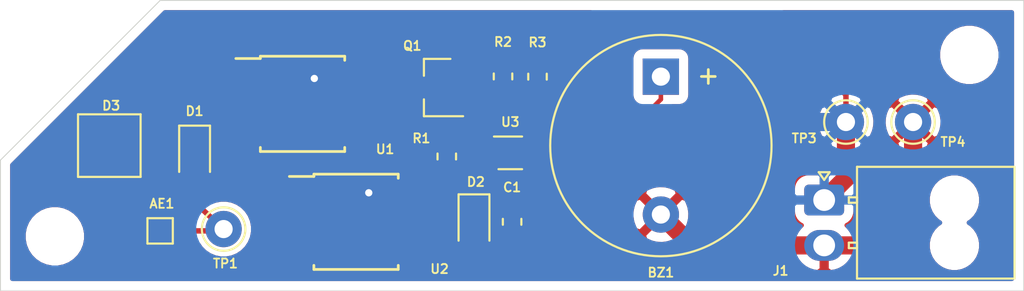
<source format=kicad_pcb>
(kicad_pcb (version 20171130) (host pcbnew 5.1.5+dfsg1-2build2)

  (general
    (thickness 1.6)
    (drawings 5)
    (tracks 160)
    (zones 0)
    (modules 19)
    (nets 14)
  )

  (page A4)
  (layers
    (0 F.Cu signal hide)
    (31 B.Cu signal hide)
    (32 B.Adhes user)
    (33 F.Adhes user)
    (34 B.Paste user)
    (35 F.Paste user)
    (36 B.SilkS user)
    (37 F.SilkS user)
    (38 B.Mask user)
    (39 F.Mask user)
    (40 Dwgs.User user)
    (41 Cmts.User user)
    (42 Eco1.User user)
    (43 Eco2.User user)
    (44 Edge.Cuts user)
    (45 Margin user)
    (46 B.CrtYd user)
    (47 F.CrtYd user)
    (48 B.Fab user)
    (49 F.Fab user hide)
  )

  (setup
    (last_trace_width 0.25)
    (user_trace_width 0.2)
    (user_trace_width 0.25)
    (user_trace_width 0.3)
    (user_trace_width 0.4)
    (user_trace_width 0.5)
    (user_trace_width 0.6)
    (user_trace_width 0.7)
    (user_trace_width 0.75)
    (user_trace_width 0.8)
    (user_trace_width 0.9)
    (user_trace_width 1)
    (trace_clearance 0.2)
    (zone_clearance 0.508)
    (zone_45_only no)
    (trace_min 0.2)
    (via_size 0.8)
    (via_drill 0.4)
    (via_min_size 0.4)
    (via_min_drill 0.3)
    (uvia_size 0.3)
    (uvia_drill 0.1)
    (uvias_allowed no)
    (uvia_min_size 0.2)
    (uvia_min_drill 0.1)
    (edge_width 0.05)
    (segment_width 0.2)
    (pcb_text_width 0.3)
    (pcb_text_size 1.5 1.5)
    (mod_edge_width 0.12)
    (mod_text_size 1 1)
    (mod_text_width 0.15)
    (pad_size 1.524 1.524)
    (pad_drill 0.762)
    (pad_to_mask_clearance 0.051)
    (solder_mask_min_width 0.25)
    (aux_axis_origin 0 0)
    (visible_elements FFFFFF7F)
    (pcbplotparams
      (layerselection 0x010fc_ffffffff)
      (usegerberextensions false)
      (usegerberattributes false)
      (usegerberadvancedattributes false)
      (creategerberjobfile false)
      (excludeedgelayer true)
      (linewidth 0.100000)
      (plotframeref false)
      (viasonmask false)
      (mode 1)
      (useauxorigin false)
      (hpglpennumber 1)
      (hpglpenspeed 20)
      (hpglpendiameter 15.000000)
      (psnegative false)
      (psa4output false)
      (plotreference true)
      (plotvalue true)
      (plotinvisibletext false)
      (padsonsilk false)
      (subtractmaskfromsilk false)
      (outputformat 1)
      (mirror false)
      (drillshape 1)
      (scaleselection 1)
      (outputdirectory ""))
  )

  (net 0 "")
  (net 1 "Net-(AE1-Pad1)")
  (net 2 GND)
  (net 3 "Net-(BZ1-Pad1)")
  (net 4 "Net-(C1-Pad1)")
  (net 5 "Net-(D2-Pad2)")
  (net 6 "Net-(D3-Pad2)")
  (net 7 "Net-(Q1-Pad3)")
  (net 8 "Net-(Q1-Pad2)")
  (net 9 VCC)
  (net 10 "Net-(U2-Pad12)")
  (net 11 "Net-(U3-Pad1)")
  (net 12 "Net-(U1-Pad12)")
  (net 13 "Net-(U1-Pad10)")

  (net_class Default "This is the default net class."
    (clearance 0.2)
    (trace_width 0.25)
    (via_dia 0.8)
    (via_drill 0.4)
    (uvia_dia 0.3)
    (uvia_drill 0.1)
    (add_net GND)
    (add_net "Net-(AE1-Pad1)")
    (add_net "Net-(BZ1-Pad1)")
    (add_net "Net-(C1-Pad1)")
    (add_net "Net-(D2-Pad2)")
    (add_net "Net-(D3-Pad2)")
    (add_net "Net-(Q1-Pad2)")
    (add_net "Net-(Q1-Pad3)")
    (add_net "Net-(U1-Pad10)")
    (add_net "Net-(U1-Pad12)")
    (add_net "Net-(U2-Pad12)")
    (add_net "Net-(U3-Pad1)")
    (add_net VCC)
  )

  (module Diode_SMD:D_SOD-323 (layer F.Cu) (tedit 58641739) (tstamp 601C03DB)
    (at 155.7 91.1875 270)
    (descr SOD-323)
    (tags SOD-323)
    (path /6019CD5D)
    (attr smd)
    (fp_text reference D2 (at -2.1875 -0.1 180) (layer F.SilkS)
      (effects (font (size 0.5 0.5) (thickness 0.1)))
    )
    (fp_text value 1N4148 (at 0.1 1.9 90) (layer F.Fab)
      (effects (font (size 1 1) (thickness 0.15)))
    )
    (fp_line (start -1.5 -0.85) (end 1.05 -0.85) (layer F.SilkS) (width 0.12))
    (fp_line (start -1.5 0.85) (end 1.05 0.85) (layer F.SilkS) (width 0.12))
    (fp_line (start -1.6 -0.95) (end -1.6 0.95) (layer F.CrtYd) (width 0.05))
    (fp_line (start -1.6 0.95) (end 1.6 0.95) (layer F.CrtYd) (width 0.05))
    (fp_line (start 1.6 -0.95) (end 1.6 0.95) (layer F.CrtYd) (width 0.05))
    (fp_line (start -1.6 -0.95) (end 1.6 -0.95) (layer F.CrtYd) (width 0.05))
    (fp_line (start -0.9 -0.7) (end 0.9 -0.7) (layer F.Fab) (width 0.1))
    (fp_line (start 0.9 -0.7) (end 0.9 0.7) (layer F.Fab) (width 0.1))
    (fp_line (start 0.9 0.7) (end -0.9 0.7) (layer F.Fab) (width 0.1))
    (fp_line (start -0.9 0.7) (end -0.9 -0.7) (layer F.Fab) (width 0.1))
    (fp_line (start -0.3 -0.35) (end -0.3 0.35) (layer F.Fab) (width 0.1))
    (fp_line (start -0.3 0) (end -0.5 0) (layer F.Fab) (width 0.1))
    (fp_line (start -0.3 0) (end 0.2 -0.35) (layer F.Fab) (width 0.1))
    (fp_line (start 0.2 -0.35) (end 0.2 0.35) (layer F.Fab) (width 0.1))
    (fp_line (start 0.2 0.35) (end -0.3 0) (layer F.Fab) (width 0.1))
    (fp_line (start 0.2 0) (end 0.45 0) (layer F.Fab) (width 0.1))
    (fp_line (start -1.5 -0.85) (end -1.5 0.85) (layer F.SilkS) (width 0.12))
    (fp_text user %R (at 0 -1.85 90) (layer F.Fab)
      (effects (font (size 1 1) (thickness 0.15)))
    )
    (pad 2 smd rect (at 1.05 0 270) (size 0.6 0.45) (layers F.Cu F.Paste F.Mask)
      (net 5 "Net-(D2-Pad2)"))
    (pad 1 smd rect (at -1.05 0 270) (size 0.6 0.45) (layers F.Cu F.Paste F.Mask)
      (net 4 "Net-(C1-Pad1)"))
    (model ${KISYS3DMOD}/Diode_SMD.3dshapes/D_SOD-323.wrl
      (at (xyz 0 0 0))
      (scale (xyz 1 1 1))
      (rotate (xyz 0 0 0))
    )
  )

  (module Diode_SMD:D_SOD-323 (layer F.Cu) (tedit 58641739) (tstamp 601C083A)
    (at 140.3 87.4 270)
    (descr SOD-323)
    (tags SOD-323)
    (path /6018FD97)
    (attr smd)
    (fp_text reference D1 (at -2.3 0 180) (layer F.SilkS)
      (effects (font (size 0.5 0.5) (thickness 0.1)))
    )
    (fp_text value 1N4148 (at 0.1 1.9 90) (layer F.Fab)
      (effects (font (size 1 1) (thickness 0.15)))
    )
    (fp_line (start -1.5 -0.85) (end 1.05 -0.85) (layer F.SilkS) (width 0.12))
    (fp_line (start -1.5 0.85) (end 1.05 0.85) (layer F.SilkS) (width 0.12))
    (fp_line (start -1.6 -0.95) (end -1.6 0.95) (layer F.CrtYd) (width 0.05))
    (fp_line (start -1.6 0.95) (end 1.6 0.95) (layer F.CrtYd) (width 0.05))
    (fp_line (start 1.6 -0.95) (end 1.6 0.95) (layer F.CrtYd) (width 0.05))
    (fp_line (start -1.6 -0.95) (end 1.6 -0.95) (layer F.CrtYd) (width 0.05))
    (fp_line (start -0.9 -0.7) (end 0.9 -0.7) (layer F.Fab) (width 0.1))
    (fp_line (start 0.9 -0.7) (end 0.9 0.7) (layer F.Fab) (width 0.1))
    (fp_line (start 0.9 0.7) (end -0.9 0.7) (layer F.Fab) (width 0.1))
    (fp_line (start -0.9 0.7) (end -0.9 -0.7) (layer F.Fab) (width 0.1))
    (fp_line (start -0.3 -0.35) (end -0.3 0.35) (layer F.Fab) (width 0.1))
    (fp_line (start -0.3 0) (end -0.5 0) (layer F.Fab) (width 0.1))
    (fp_line (start -0.3 0) (end 0.2 -0.35) (layer F.Fab) (width 0.1))
    (fp_line (start 0.2 -0.35) (end 0.2 0.35) (layer F.Fab) (width 0.1))
    (fp_line (start 0.2 0.35) (end -0.3 0) (layer F.Fab) (width 0.1))
    (fp_line (start 0.2 0) (end 0.45 0) (layer F.Fab) (width 0.1))
    (fp_line (start -1.5 -0.85) (end -1.5 0.85) (layer F.SilkS) (width 0.12))
    (fp_text user %R (at 0 -1.85 90) (layer F.Fab)
      (effects (font (size 1 1) (thickness 0.15)))
    )
    (pad 2 smd rect (at 1.05 0 270) (size 0.6 0.45) (layers F.Cu F.Paste F.Mask)
      (net 2 GND))
    (pad 1 smd rect (at -1.05 0 270) (size 0.6 0.45) (layers F.Cu F.Paste F.Mask)
      (net 1 "Net-(AE1-Pad1)"))
    (model ${KISYS3DMOD}/Diode_SMD.3dshapes/D_SOD-323.wrl
      (at (xyz 0 0 0))
      (scale (xyz 1 1 1))
      (rotate (xyz 0 0 0))
    )
  )

  (module TestPoint:TestPoint_THTPad_D2.0mm_Drill1.0mm (layer F.Cu) (tedit 5A0F774F) (tstamp 601C045B)
    (at 179.9 85.7)
    (descr "THT pad as test Point, diameter 2.0mm, hole diameter 1.0mm")
    (tags "test point THT pad")
    (path /60327FFD)
    (attr virtual)
    (fp_text reference TP4 (at 2.2 1.1) (layer F.SilkS)
      (effects (font (size 0.5 0.5) (thickness 0.1)))
    )
    (fp_text value TestPoint (at 0 2.05) (layer F.Fab)
      (effects (font (size 0.5 0.5) (thickness 0.1)))
    )
    (fp_circle (center 0 0) (end 0 1.2) (layer F.SilkS) (width 0.12))
    (fp_circle (center 0 0) (end 1.5 0) (layer F.CrtYd) (width 0.05))
    (fp_text user %R (at 0 -2) (layer F.Fab)
      (effects (font (size 0.5 0.5) (thickness 0.1)))
    )
    (pad 1 thru_hole circle (at 0 0) (size 2 2) (drill 1) (layers *.Cu *.Mask)
      (net 2 GND))
  )

  (module TestPoint:TestPoint_THTPad_D2.0mm_Drill1.0mm (layer F.Cu) (tedit 5A0F774F) (tstamp 601C0453)
    (at 176.2 85.7)
    (descr "THT pad as test Point, diameter 2.0mm, hole diameter 1.0mm")
    (tags "test point THT pad")
    (path /60326096)
    (attr virtual)
    (fp_text reference TP3 (at -2.3 0.9) (layer F.SilkS)
      (effects (font (size 0.5 0.5) (thickness 0.1)))
    )
    (fp_text value TestPoint (at 0 2.05) (layer F.Fab)
      (effects (font (size 0.5 0.5) (thickness 0.1)))
    )
    (fp_circle (center 0 0) (end 0 1.2) (layer F.SilkS) (width 0.12))
    (fp_circle (center 0 0) (end 1.5 0) (layer F.CrtYd) (width 0.05))
    (fp_text user %R (at 0 -2) (layer F.Fab)
      (effects (font (size 0.5 0.5) (thickness 0.1)))
    )
    (pad 1 thru_hole circle (at 0 0) (size 2 2) (drill 1) (layers *.Cu *.Mask)
      (net 9 VCC))
  )

  (module TestPoint:TestPoint_THTPad_D2.0mm_Drill1.0mm (layer F.Cu) (tedit 5A0F774F) (tstamp 601C0443)
    (at 141.9 91.6)
    (descr "THT pad as test Point, diameter 2.0mm, hole diameter 1.0mm")
    (tags "test point THT pad")
    (path /60238367)
    (attr virtual)
    (fp_text reference TP1 (at 0.1 1.9) (layer F.SilkS)
      (effects (font (size 0.5 0.5) (thickness 0.1)))
    )
    (fp_text value TestPoint (at 0 2.05) (layer F.Fab)
      (effects (font (size 0.5 0.5) (thickness 0.1)))
    )
    (fp_circle (center 0 0) (end 0 1.2) (layer F.SilkS) (width 0.12))
    (fp_circle (center 0 0) (end 1.5 0) (layer F.CrtYd) (width 0.05))
    (fp_text user %R (at 0 -2) (layer F.Fab)
      (effects (font (size 0.5 0.5) (thickness 0.1)))
    )
    (pad 1 thru_hole circle (at 0 0) (size 2 2) (drill 1) (layers *.Cu *.Mask)
      (net 1 "Net-(AE1-Pad1)"))
  )

  (module MountingHole:MountingHole_2.2mm_M2 (layer F.Cu) (tedit 56D1B4CB) (tstamp 601C03F6)
    (at 132.6 92)
    (descr "Mounting Hole 2.2mm, no annular, M2")
    (tags "mounting hole 2.2mm no annular m2")
    (path /601D38C8)
    (attr virtual)
    (fp_text reference H2 (at 0 -3.2) (layer F.SilkS) hide
      (effects (font (size 0.5 0.5) (thickness 0.1)))
    )
    (fp_text value MountingHole (at 0 3.2) (layer F.Fab)
      (effects (font (size 0.5 0.5) (thickness 0.1)))
    )
    (fp_circle (center 0 0) (end 2.45 0) (layer F.CrtYd) (width 0.05))
    (fp_circle (center 0 0) (end 2.2 0) (layer Cmts.User) (width 0.15))
    (fp_text user %R (at 0.3 0) (layer F.Fab)
      (effects (font (size 0.5 0.5) (thickness 0.1)))
    )
    (pad 1 np_thru_hole circle (at 0 0) (size 2.2 2.2) (drill 2.2) (layers *.Cu *.Mask))
  )

  (module MountingHole:MountingHole_2.2mm_M2 (layer F.Cu) (tedit 56D1B4CB) (tstamp 601C03EE)
    (at 183 82)
    (descr "Mounting Hole 2.2mm, no annular, M2")
    (tags "mounting hole 2.2mm no annular m2")
    (path /601CF608)
    (attr virtual)
    (fp_text reference H1 (at 0 -3.2) (layer F.SilkS) hide
      (effects (font (size 0.5 0.5) (thickness 0.1)))
    )
    (fp_text value MountingHole (at 0 3.2) (layer F.Fab)
      (effects (font (size 0.5 0.5) (thickness 0.1)))
    )
    (fp_circle (center 0 0) (end 2.45 0) (layer F.CrtYd) (width 0.05))
    (fp_circle (center 0 0) (end 2.2 0) (layer Cmts.User) (width 0.15))
    (fp_text user %R (at 0.3 0) (layer F.Fab)
      (effects (font (size 0.5 0.5) (thickness 0.1)))
    )
    (pad 1 np_thru_hole circle (at 0 0) (size 2.2 2.2) (drill 2.2) (layers *.Cu *.Mask))
  )

  (module Package_SO:TSSOP-14_4.4x5mm_P0.65mm (layer F.Cu) (tedit 5A02F25C) (tstamp 601C04B1)
    (at 149.2 91.2)
    (descr "14-Lead Plastic Thin Shrink Small Outline (ST)-4.4 mm Body [TSSOP] (see Microchip Packaging Specification 00000049BS.pdf)")
    (tags "SSOP 0.65")
    (path /60188B16)
    (attr smd)
    (fp_text reference U2 (at 4.6 2.6) (layer F.SilkS)
      (effects (font (size 0.5 0.5) (thickness 0.1)))
    )
    (fp_text value 4011 (at 0 3.55) (layer F.Fab)
      (effects (font (size 0.5 0.5) (thickness 0.1)))
    )
    (fp_line (start -2.325 -2.5) (end -3.675 -2.5) (layer F.SilkS) (width 0.15))
    (fp_line (start -2.325 2.625) (end 2.325 2.625) (layer F.SilkS) (width 0.15))
    (fp_line (start -2.325 -2.625) (end 2.325 -2.625) (layer F.SilkS) (width 0.15))
    (fp_line (start -2.325 2.625) (end -2.325 2.4) (layer F.SilkS) (width 0.15))
    (fp_line (start 2.325 2.625) (end 2.325 2.4) (layer F.SilkS) (width 0.15))
    (fp_line (start 2.325 -2.625) (end 2.325 -2.4) (layer F.SilkS) (width 0.15))
    (fp_line (start -2.325 -2.625) (end -2.325 -2.5) (layer F.SilkS) (width 0.15))
    (fp_line (start -3.95 2.8) (end 3.95 2.8) (layer F.CrtYd) (width 0.05))
    (fp_line (start -3.95 -2.8) (end 3.95 -2.8) (layer F.CrtYd) (width 0.05))
    (fp_line (start 3.95 -2.8) (end 3.95 2.8) (layer F.CrtYd) (width 0.05))
    (fp_line (start -3.95 -2.8) (end -3.95 2.8) (layer F.CrtYd) (width 0.05))
    (fp_line (start -2.2 -1.5) (end -1.2 -2.5) (layer F.Fab) (width 0.15))
    (fp_line (start -2.2 2.5) (end -2.2 -1.5) (layer F.Fab) (width 0.15))
    (fp_line (start 2.2 2.5) (end -2.2 2.5) (layer F.Fab) (width 0.15))
    (fp_line (start 2.2 -2.5) (end 2.2 2.5) (layer F.Fab) (width 0.15))
    (fp_line (start -1.2 -2.5) (end 2.2 -2.5) (layer F.Fab) (width 0.15))
    (pad 14 smd rect (at 2.95 -1.95) (size 1.45 0.45) (layers F.Cu F.Paste F.Mask)
      (net 9 VCC))
    (pad 13 smd rect (at 2.95 -1.3) (size 1.45 0.45) (layers F.Cu F.Paste F.Mask)
      (net 10 "Net-(U2-Pad12)"))
    (pad 12 smd rect (at 2.95 -0.65) (size 1.45 0.45) (layers F.Cu F.Paste F.Mask)
      (net 10 "Net-(U2-Pad12)"))
    (pad 11 smd rect (at 2.95 0) (size 1.45 0.45) (layers F.Cu F.Paste F.Mask)
      (net 5 "Net-(D2-Pad2)"))
    (pad 10 smd rect (at 2.95 0.65) (size 1.45 0.45) (layers F.Cu F.Paste F.Mask)
      (net 5 "Net-(D2-Pad2)"))
    (pad 9 smd rect (at 2.95 1.3) (size 1.45 0.45) (layers F.Cu F.Paste F.Mask)
      (net 10 "Net-(U2-Pad12)"))
    (pad 8 smd rect (at 2.95 1.95) (size 1.45 0.45) (layers F.Cu F.Paste F.Mask)
      (net 10 "Net-(U2-Pad12)"))
    (pad 7 smd rect (at -2.95 1.95) (size 1.45 0.45) (layers F.Cu F.Paste F.Mask)
      (net 2 GND))
    (pad 6 smd rect (at -2.95 1.3) (size 1.45 0.45) (layers F.Cu F.Paste F.Mask)
      (net 10 "Net-(U2-Pad12)"))
    (pad 5 smd rect (at -2.95 0.65) (size 1.45 0.45) (layers F.Cu F.Paste F.Mask)
      (net 10 "Net-(U2-Pad12)"))
    (pad 4 smd rect (at -2.95 0) (size 1.45 0.45) (layers F.Cu F.Paste F.Mask)
      (net 5 "Net-(D2-Pad2)"))
    (pad 3 smd rect (at -2.95 -0.65) (size 1.45 0.45) (layers F.Cu F.Paste F.Mask)
      (net 10 "Net-(U2-Pad12)"))
    (pad 2 smd rect (at -2.95 -1.3) (size 1.45 0.45) (layers F.Cu F.Paste F.Mask)
      (net 13 "Net-(U1-Pad10)"))
    (pad 1 smd rect (at -2.95 -1.95) (size 1.45 0.45) (layers F.Cu F.Paste F.Mask)
      (net 13 "Net-(U1-Pad10)"))
    (model ${KISYS3DMOD}/Package_SO.3dshapes/TSSOP-14_4.4x5mm_P0.65mm.wrl
      (at (xyz 0 0 0))
      (scale (xyz 1 1 1))
      (rotate (xyz 0 0 0))
    )
  )

  (module Package_TO_SOT_SMD:SOT-23 (layer F.Cu) (tedit 5A02FF57) (tstamp 601C0408)
    (at 153.7 83.8 180)
    (descr "SOT-23, Standard")
    (tags SOT-23)
    (path /601A686F)
    (attr smd)
    (fp_text reference Q1 (at 1.4 2.3) (layer F.SilkS)
      (effects (font (size 0.5 0.5) (thickness 0.1)))
    )
    (fp_text value 2N3904 (at 0 2.5) (layer F.Fab)
      (effects (font (size 0.5 0.5) (thickness 0.1)))
    )
    (fp_line (start 0.76 1.58) (end -0.7 1.58) (layer F.SilkS) (width 0.12))
    (fp_line (start 0.76 -1.58) (end -1.4 -1.58) (layer F.SilkS) (width 0.12))
    (fp_line (start -1.7 1.75) (end -1.7 -1.75) (layer F.CrtYd) (width 0.05))
    (fp_line (start 1.7 1.75) (end -1.7 1.75) (layer F.CrtYd) (width 0.05))
    (fp_line (start 1.7 -1.75) (end 1.7 1.75) (layer F.CrtYd) (width 0.05))
    (fp_line (start -1.7 -1.75) (end 1.7 -1.75) (layer F.CrtYd) (width 0.05))
    (fp_line (start 0.76 -1.58) (end 0.76 -0.65) (layer F.SilkS) (width 0.12))
    (fp_line (start 0.76 1.58) (end 0.76 0.65) (layer F.SilkS) (width 0.12))
    (fp_line (start -0.7 1.52) (end 0.7 1.52) (layer F.Fab) (width 0.1))
    (fp_line (start 0.7 -1.52) (end 0.7 1.52) (layer F.Fab) (width 0.1))
    (fp_line (start -0.7 -0.95) (end -0.15 -1.52) (layer F.Fab) (width 0.1))
    (fp_line (start -0.15 -1.52) (end 0.7 -1.52) (layer F.Fab) (width 0.1))
    (fp_line (start -0.7 -0.95) (end -0.7 1.5) (layer F.Fab) (width 0.1))
    (pad 3 smd rect (at 1 0 180) (size 0.9 0.8) (layers F.Cu F.Paste F.Mask)
      (net 7 "Net-(Q1-Pad3)"))
    (pad 2 smd rect (at -1 0.95 180) (size 0.9 0.8) (layers F.Cu F.Paste F.Mask)
      (net 8 "Net-(Q1-Pad2)"))
    (pad 1 smd rect (at -1 -0.95 180) (size 0.9 0.8) (layers F.Cu F.Paste F.Mask)
      (net 2 GND))
    (model ${KISYS3DMOD}/Package_TO_SOT_SMD.3dshapes/SOT-23.wrl
      (at (xyz 0 0 0))
      (scale (xyz 1 1 1))
      (rotate (xyz 0 0 0))
    )
  )

  (module Connector_Molex:Molex_Nano-Fit_105313-xx02_1x02_P2.50mm_Horizontal (layer F.Cu) (tedit 5B782416) (tstamp 601C2B47)
    (at 175 90)
    (descr "Molex Nano-Fit Power Connectors, 105313-xx02, 2 Pins per row (http://www.molex.com/pdm_docs/sd/1053131208_sd.pdf), generated with kicad-footprint-generator")
    (tags "connector Molex Nano-Fit top entry")
    (path /60256AA2)
    (fp_text reference J1 (at -2.4 3.9) (layer F.SilkS)
      (effects (font (size 0.5 0.5) (thickness 0.1)))
    )
    (fp_text value Conn_01x02 (at 6.15 5.42) (layer F.Fab)
      (effects (font (size 0.5 0.5) (thickness 0.1)))
    )
    (fp_line (start 10.88 -2.22) (end -1.6 -2.22) (layer F.CrtYd) (width 0.05))
    (fp_line (start 10.88 4.72) (end 10.88 -2.22) (layer F.CrtYd) (width 0.05))
    (fp_line (start -1.6 4.72) (end 10.88 4.72) (layer F.CrtYd) (width 0.05))
    (fp_line (start -1.6 -2.22) (end -1.6 4.72) (layer F.CrtYd) (width 0.05))
    (fp_line (start -0.3 -1.534264) (end 0 -1.11) (layer F.Fab) (width 0.1))
    (fp_line (start 0.3 -1.534264) (end -0.3 -1.534264) (layer F.Fab) (width 0.1))
    (fp_line (start 0 -1.11) (end 0.3 -1.534264) (layer F.Fab) (width 0.1))
    (fp_line (start -0.3 -1.534264) (end 0 -1.11) (layer F.SilkS) (width 0.12))
    (fp_line (start 0.3 -1.534264) (end -0.3 -1.534264) (layer F.SilkS) (width 0.12))
    (fp_line (start 0 -1.11) (end 0.3 -1.534264) (layer F.SilkS) (width 0.12))
    (fp_line (start 1.36 2.65) (end 1.81 2.65) (layer F.SilkS) (width 0.12))
    (fp_line (start 1.36 2.35) (end 1.36 2.65) (layer F.SilkS) (width 0.12))
    (fp_line (start 1.81 2.35) (end 1.36 2.35) (layer F.SilkS) (width 0.12))
    (fp_line (start 1.81 2.65) (end 1.81 2.35) (layer F.SilkS) (width 0.12))
    (fp_line (start 1.36 0.15) (end 1.81 0.15) (layer F.SilkS) (width 0.12))
    (fp_line (start 1.36 -0.15) (end 1.36 0.15) (layer F.SilkS) (width 0.12))
    (fp_line (start 1.81 -0.15) (end 1.36 -0.15) (layer F.SilkS) (width 0.12))
    (fp_line (start 1.81 0.15) (end 1.81 -0.15) (layer F.SilkS) (width 0.12))
    (fp_line (start 10.49 -1.83) (end 1.81 -1.83) (layer F.SilkS) (width 0.12))
    (fp_line (start 10.49 4.33) (end 10.49 -1.83) (layer F.SilkS) (width 0.12))
    (fp_line (start 1.81 4.33) (end 10.49 4.33) (layer F.SilkS) (width 0.12))
    (fp_line (start 1.81 -1.83) (end 1.81 4.33) (layer F.SilkS) (width 0.12))
    (fp_line (start 10.38 -1.72) (end 1.92 -1.72) (layer F.Fab) (width 0.1))
    (fp_line (start 10.38 4.22) (end 10.38 -1.72) (layer F.Fab) (width 0.1))
    (fp_line (start 1.92 4.22) (end 10.38 4.22) (layer F.Fab) (width 0.1))
    (fp_line (start 1.92 -1.72) (end 1.92 4.22) (layer F.Fab) (width 0.1))
    (pad "" np_thru_hole circle (at 7.18 2.5) (size 1.7 1.7) (drill 1.7) (layers *.Cu *.Mask))
    (pad "" np_thru_hole circle (at 7.18 0) (size 1.7 1.7) (drill 1.7) (layers *.Cu *.Mask))
    (pad 2 thru_hole oval (at 0 2.5) (size 2.2 1.7) (drill 1.2) (layers *.Cu *.Mask)
      (net 2 GND))
    (pad 1 thru_hole roundrect (at 0 0) (size 2.2 1.7) (drill 1.2) (layers *.Cu *.Mask) (roundrect_rratio 0.147059)
      (net 9 VCC))
    (model ${KISYS3DMOD}/Connector_Molex.3dshapes/Molex_Nano-Fit_105313-xx02_1x02_P2.50mm_Horizontal.wrl
      (at (xyz 0 0 0))
      (scale (xyz 1 1 1))
      (rotate (xyz 0 0 0))
    )
  )

  (module Resistor_SMD:R_0603_1608Metric (layer F.Cu) (tedit 5B301BBD) (tstamp 601C0419)
    (at 154.2 87.6 270)
    (descr "Resistor SMD 0603 (1608 Metric), square (rectangular) end terminal, IPC_7351 nominal, (Body size source: http://www.tortai-tech.com/upload/download/2011102023233369053.pdf), generated with kicad-footprint-generator")
    (tags resistor)
    (path /601A0A67)
    (attr smd)
    (fp_text reference R1 (at -1 1.4 180) (layer F.SilkS)
      (effects (font (size 0.5 0.5) (thickness 0.1)))
    )
    (fp_text value 10k (at 0 1.43 90) (layer F.Fab)
      (effects (font (size 0.5 0.5) (thickness 0.1)))
    )
    (fp_line (start 1.48 0.73) (end -1.48 0.73) (layer F.CrtYd) (width 0.05))
    (fp_line (start 1.48 -0.73) (end 1.48 0.73) (layer F.CrtYd) (width 0.05))
    (fp_line (start -1.48 -0.73) (end 1.48 -0.73) (layer F.CrtYd) (width 0.05))
    (fp_line (start -1.48 0.73) (end -1.48 -0.73) (layer F.CrtYd) (width 0.05))
    (fp_line (start -0.162779 0.51) (end 0.162779 0.51) (layer F.SilkS) (width 0.12))
    (fp_line (start -0.162779 -0.51) (end 0.162779 -0.51) (layer F.SilkS) (width 0.12))
    (fp_line (start 0.8 0.4) (end -0.8 0.4) (layer F.Fab) (width 0.1))
    (fp_line (start 0.8 -0.4) (end 0.8 0.4) (layer F.Fab) (width 0.1))
    (fp_line (start -0.8 -0.4) (end 0.8 -0.4) (layer F.Fab) (width 0.1))
    (fp_line (start -0.8 0.4) (end -0.8 -0.4) (layer F.Fab) (width 0.1))
    (pad 2 smd roundrect (at 0.7875 0 270) (size 0.875 0.95) (layers F.Cu F.Paste F.Mask) (roundrect_rratio 0.25)
      (net 4 "Net-(C1-Pad1)"))
    (pad 1 smd roundrect (at -0.7875 0 270) (size 0.875 0.95) (layers F.Cu F.Paste F.Mask) (roundrect_rratio 0.25)
      (net 8 "Net-(Q1-Pad2)"))
    (model ${KISYS3DMOD}/Resistor_SMD.3dshapes/R_0603_1608Metric.wrl
      (at (xyz 0 0 0))
      (scale (xyz 1 1 1))
      (rotate (xyz 0 0 0))
    )
  )

  (module Buzzer_Beeper:Buzzer_12x9.5RM7.6 (layer F.Cu) (tedit 5A030281) (tstamp 601C038C)
    (at 166 83.2 270)
    (descr "Generic Buzzer, D12mm height 9.5mm with RM7.6mm")
    (tags buzzer)
    (path /60215F70)
    (fp_text reference BZ1 (at 10.8 0 180) (layer F.SilkS)
      (effects (font (size 0.5 0.5) (thickness 0.1)))
    )
    (fp_text value AI-12230-TWT (at 3.8 7.4 90) (layer F.Fab)
      (effects (font (size 0.5 0.5) (thickness 0.1)))
    )
    (fp_circle (center 3.8 0) (end 9.9 0) (layer F.SilkS) (width 0.12))
    (fp_circle (center 3.8 0) (end 4.8 0) (layer F.Fab) (width 0.1))
    (fp_circle (center 3.8 0) (end 9.8 0) (layer F.Fab) (width 0.1))
    (fp_circle (center 3.8 0) (end 10.05 0) (layer F.CrtYd) (width 0.05))
    (fp_text user + (at -0.01 -2.54 90) (layer F.SilkS)
      (effects (font (size 1 1) (thickness 0.15)))
    )
    (fp_text user + (at -0.01 -2.54 90) (layer F.Fab)
      (effects (font (size 1 1) (thickness 0.15)))
    )
    (pad 2 thru_hole circle (at 7.6 0 270) (size 2 2) (drill 1) (layers *.Cu *.Mask)
      (net 2 GND))
    (pad 1 thru_hole rect (at 0 0 270) (size 2 2) (drill 1) (layers *.Cu *.Mask)
      (net 3 "Net-(BZ1-Pad1)"))
    (model ${KISYS3DMOD}/Buzzer_Beeper.3dshapes/Buzzer_12x9.5RM7.6.wrl
      (at (xyz 0 0 0))
      (scale (xyz 1 1 1))
      (rotate (xyz 0 0 0))
    )
  )

  (module Resistor_SMD:R_0603_1608Metric (layer F.Cu) (tedit 5B301BBD) (tstamp 601C042A)
    (at 157.3 83.1875 270)
    (descr "Resistor SMD 0603 (1608 Metric), square (rectangular) end terminal, IPC_7351 nominal, (Body size source: http://www.tortai-tech.com/upload/download/2011102023233369053.pdf), generated with kicad-footprint-generator")
    (tags resistor)
    (path /601A85E0)
    (attr smd)
    (fp_text reference R2 (at -1.9 0 180) (layer F.SilkS)
      (effects (font (size 0.5 0.5) (thickness 0.1)))
    )
    (fp_text value 10k (at 0 1.43 90) (layer F.Fab)
      (effects (font (size 0.5 0.5) (thickness 0.1)))
    )
    (fp_line (start 1.48 0.73) (end -1.48 0.73) (layer F.CrtYd) (width 0.05))
    (fp_line (start 1.48 -0.73) (end 1.48 0.73) (layer F.CrtYd) (width 0.05))
    (fp_line (start -1.48 -0.73) (end 1.48 -0.73) (layer F.CrtYd) (width 0.05))
    (fp_line (start -1.48 0.73) (end -1.48 -0.73) (layer F.CrtYd) (width 0.05))
    (fp_line (start -0.162779 0.51) (end 0.162779 0.51) (layer F.SilkS) (width 0.12))
    (fp_line (start -0.162779 -0.51) (end 0.162779 -0.51) (layer F.SilkS) (width 0.12))
    (fp_line (start 0.8 0.4) (end -0.8 0.4) (layer F.Fab) (width 0.1))
    (fp_line (start 0.8 -0.4) (end 0.8 0.4) (layer F.Fab) (width 0.1))
    (fp_line (start -0.8 -0.4) (end 0.8 -0.4) (layer F.Fab) (width 0.1))
    (fp_line (start -0.8 0.4) (end -0.8 -0.4) (layer F.Fab) (width 0.1))
    (pad 2 smd roundrect (at 0.7875 0 270) (size 0.875 0.95) (layers F.Cu F.Paste F.Mask) (roundrect_rratio 0.25)
      (net 7 "Net-(Q1-Pad3)"))
    (pad 1 smd roundrect (at -0.7875 0 270) (size 0.875 0.95) (layers F.Cu F.Paste F.Mask) (roundrect_rratio 0.25)
      (net 9 VCC))
    (model ${KISYS3DMOD}/Resistor_SMD.3dshapes/R_0603_1608Metric.wrl
      (at (xyz 0 0 0))
      (scale (xyz 1 1 1))
      (rotate (xyz 0 0 0))
    )
  )

  (module Resistor_SMD:R_0603_1608Metric (layer F.Cu) (tedit 5B301BBD) (tstamp 601C043B)
    (at 159.2 83.2 270)
    (descr "Resistor SMD 0603 (1608 Metric), square (rectangular) end terminal, IPC_7351 nominal, (Body size source: http://www.tortai-tech.com/upload/download/2011102023233369053.pdf), generated with kicad-footprint-generator")
    (tags resistor)
    (path /6020B14D)
    (attr smd)
    (fp_text reference R3 (at -1.8875 0 180) (layer F.SilkS)
      (effects (font (size 0.5 0.5) (thickness 0.1)))
    )
    (fp_text value 10 (at 0 1.43 90) (layer F.Fab)
      (effects (font (size 0.5 0.5) (thickness 0.1)))
    )
    (fp_line (start 1.48 0.73) (end -1.48 0.73) (layer F.CrtYd) (width 0.05))
    (fp_line (start 1.48 -0.73) (end 1.48 0.73) (layer F.CrtYd) (width 0.05))
    (fp_line (start -1.48 -0.73) (end 1.48 -0.73) (layer F.CrtYd) (width 0.05))
    (fp_line (start -1.48 0.73) (end -1.48 -0.73) (layer F.CrtYd) (width 0.05))
    (fp_line (start -0.162779 0.51) (end 0.162779 0.51) (layer F.SilkS) (width 0.12))
    (fp_line (start -0.162779 -0.51) (end 0.162779 -0.51) (layer F.SilkS) (width 0.12))
    (fp_line (start 0.8 0.4) (end -0.8 0.4) (layer F.Fab) (width 0.1))
    (fp_line (start 0.8 -0.4) (end 0.8 0.4) (layer F.Fab) (width 0.1))
    (fp_line (start -0.8 -0.4) (end 0.8 -0.4) (layer F.Fab) (width 0.1))
    (fp_line (start -0.8 0.4) (end -0.8 -0.4) (layer F.Fab) (width 0.1))
    (pad 2 smd roundrect (at 0.7875 0 270) (size 0.875 0.95) (layers F.Cu F.Paste F.Mask) (roundrect_rratio 0.25)
      (net 3 "Net-(BZ1-Pad1)"))
    (pad 1 smd roundrect (at -0.7875 0 270) (size 0.875 0.95) (layers F.Cu F.Paste F.Mask) (roundrect_rratio 0.25)
      (net 6 "Net-(D3-Pad2)"))
    (model ${KISYS3DMOD}/Resistor_SMD.3dshapes/R_0603_1608Metric.wrl
      (at (xyz 0 0 0))
      (scale (xyz 1 1 1))
      (rotate (xyz 0 0 0))
    )
  )

  (module Package_TO_SOT_SMD:SOT-553 (layer F.Cu) (tedit 5A02FF57) (tstamp 601C04C6)
    (at 157.7 87.4)
    (descr SOT553)
    (tags SOT-553)
    (path /602038BE)
    (attr smd)
    (fp_text reference U3 (at 0 -1.7) (layer F.SilkS)
      (effects (font (size 0.5 0.5) (thickness 0.1)))
    )
    (fp_text value 74LVC (at 0 1.75) (layer F.Fab)
      (effects (font (size 0.5 0.5) (thickness 0.1)))
    )
    (fp_line (start 1.18 1.1) (end -1.18 1.1) (layer F.CrtYd) (width 0.05))
    (fp_line (start 1.18 1.1) (end 1.18 -1.1) (layer F.CrtYd) (width 0.05))
    (fp_line (start -1.18 -1.1) (end -1.18 1.1) (layer F.CrtYd) (width 0.05))
    (fp_line (start -1.18 -1.1) (end 1.18 -1.1) (layer F.CrtYd) (width 0.05))
    (fp_line (start 0.65 -0.85) (end -0.3 -0.85) (layer F.Fab) (width 0.1))
    (fp_line (start 0.65 0.85) (end 0.65 -0.85) (layer F.Fab) (width 0.1))
    (fp_line (start -0.65 0.85) (end 0.65 0.85) (layer F.Fab) (width 0.1))
    (fp_line (start -0.65 -0.5) (end -0.65 0.85) (layer F.Fab) (width 0.1))
    (fp_line (start -0.9 -0.9) (end 0.65 -0.9) (layer F.SilkS) (width 0.12))
    (fp_line (start 0.65 0.9) (end -0.65 0.9) (layer F.SilkS) (width 0.12))
    (fp_line (start -0.65 -0.5) (end -0.3 -0.85) (layer F.Fab) (width 0.1))
    (pad 4 smd rect (at 0.7 0.5) (size 0.45 0.3) (layers F.Cu F.Paste F.Mask)
      (net 3 "Net-(BZ1-Pad1)"))
    (pad 2 smd rect (at -0.7 0) (size 0.45 0.3) (layers F.Cu F.Paste F.Mask)
      (net 7 "Net-(Q1-Pad3)"))
    (pad 5 smd rect (at 0.7 -0.5) (size 0.45 0.3) (layers F.Cu F.Paste F.Mask)
      (net 9 VCC))
    (pad 3 smd rect (at -0.7 0.5) (size 0.45 0.3) (layers F.Cu F.Paste F.Mask)
      (net 2 GND))
    (pad 1 smd rect (at -0.7 -0.5) (size 0.45 0.3) (layers F.Cu F.Paste F.Mask)
      (net 11 "Net-(U3-Pad1)"))
    (model ${KISYS3DMOD}/Package_TO_SOT_SMD.3dshapes/SOT-553.wrl
      (at (xyz 0 0 0))
      (scale (xyz 1 1 1))
      (rotate (xyz 0 0 0))
    )
  )

  (module Package_SO:TSSOP-14_4.4x5mm_P0.65mm (layer F.Cu) (tedit 5A02F25C) (tstamp 601C048E)
    (at 146.25 84.7)
    (descr "14-Lead Plastic Thin Shrink Small Outline (ST)-4.4 mm Body [TSSOP] (see Microchip Packaging Specification 00000049BS.pdf)")
    (tags "SSOP 0.65")
    (path /600DB266)
    (attr smd)
    (fp_text reference U1 (at 4.55 2.5) (layer F.SilkS)
      (effects (font (size 0.5 0.5) (thickness 0.1)))
    )
    (fp_text value 4011 (at 0 3.55) (layer F.Fab)
      (effects (font (size 0.5 0.5) (thickness 0.1)))
    )
    (fp_line (start -2.325 -2.5) (end -3.675 -2.5) (layer F.SilkS) (width 0.15))
    (fp_line (start -2.325 2.625) (end 2.325 2.625) (layer F.SilkS) (width 0.15))
    (fp_line (start -2.325 -2.625) (end 2.325 -2.625) (layer F.SilkS) (width 0.15))
    (fp_line (start -2.325 2.625) (end -2.325 2.4) (layer F.SilkS) (width 0.15))
    (fp_line (start 2.325 2.625) (end 2.325 2.4) (layer F.SilkS) (width 0.15))
    (fp_line (start 2.325 -2.625) (end 2.325 -2.4) (layer F.SilkS) (width 0.15))
    (fp_line (start -2.325 -2.625) (end -2.325 -2.5) (layer F.SilkS) (width 0.15))
    (fp_line (start -3.95 2.8) (end 3.95 2.8) (layer F.CrtYd) (width 0.05))
    (fp_line (start -3.95 -2.8) (end 3.95 -2.8) (layer F.CrtYd) (width 0.05))
    (fp_line (start 3.95 -2.8) (end 3.95 2.8) (layer F.CrtYd) (width 0.05))
    (fp_line (start -3.95 -2.8) (end -3.95 2.8) (layer F.CrtYd) (width 0.05))
    (fp_line (start -2.2 -1.5) (end -1.2 -2.5) (layer F.Fab) (width 0.15))
    (fp_line (start -2.2 2.5) (end -2.2 -1.5) (layer F.Fab) (width 0.15))
    (fp_line (start 2.2 2.5) (end -2.2 2.5) (layer F.Fab) (width 0.15))
    (fp_line (start 2.2 -2.5) (end 2.2 2.5) (layer F.Fab) (width 0.15))
    (fp_line (start -1.2 -2.5) (end 2.2 -2.5) (layer F.Fab) (width 0.15))
    (pad 14 smd rect (at 2.95 -1.95) (size 1.45 0.45) (layers F.Cu F.Paste F.Mask)
      (net 9 VCC))
    (pad 13 smd rect (at 2.95 -1.3) (size 1.45 0.45) (layers F.Cu F.Paste F.Mask)
      (net 12 "Net-(U1-Pad12)"))
    (pad 12 smd rect (at 2.95 -0.65) (size 1.45 0.45) (layers F.Cu F.Paste F.Mask)
      (net 12 "Net-(U1-Pad12)"))
    (pad 11 smd rect (at 2.95 0) (size 1.45 0.45) (layers F.Cu F.Paste F.Mask)
      (net 13 "Net-(U1-Pad10)"))
    (pad 10 smd rect (at 2.95 0.65) (size 1.45 0.45) (layers F.Cu F.Paste F.Mask)
      (net 13 "Net-(U1-Pad10)"))
    (pad 9 smd rect (at 2.95 1.3) (size 1.45 0.45) (layers F.Cu F.Paste F.Mask)
      (net 12 "Net-(U1-Pad12)"))
    (pad 8 smd rect (at 2.95 1.95) (size 1.45 0.45) (layers F.Cu F.Paste F.Mask)
      (net 12 "Net-(U1-Pad12)"))
    (pad 7 smd rect (at -2.95 1.95) (size 1.45 0.45) (layers F.Cu F.Paste F.Mask)
      (net 2 GND))
    (pad 6 smd rect (at -2.95 1.3) (size 1.45 0.45) (layers F.Cu F.Paste F.Mask)
      (net 12 "Net-(U1-Pad12)"))
    (pad 5 smd rect (at -2.95 0.65) (size 1.45 0.45) (layers F.Cu F.Paste F.Mask)
      (net 12 "Net-(U1-Pad12)"))
    (pad 4 smd rect (at -2.95 0) (size 1.45 0.45) (layers F.Cu F.Paste F.Mask)
      (net 13 "Net-(U1-Pad10)"))
    (pad 3 smd rect (at -2.95 -0.65) (size 1.45 0.45) (layers F.Cu F.Paste F.Mask)
      (net 12 "Net-(U1-Pad12)"))
    (pad 2 smd rect (at -2.95 -1.3) (size 1.45 0.45) (layers F.Cu F.Paste F.Mask)
      (net 1 "Net-(AE1-Pad1)"))
    (pad 1 smd rect (at -2.95 -1.95) (size 1.45 0.45) (layers F.Cu F.Paste F.Mask)
      (net 1 "Net-(AE1-Pad1)"))
    (model ${KISYS3DMOD}/Package_SO.3dshapes/TSSOP-14_4.4x5mm_P0.65mm.wrl
      (at (xyz 0 0 0))
      (scale (xyz 1 1 1))
      (rotate (xyz 0 0 0))
    )
  )

  (module Capacitor_SMD:C_0603_1608Metric (layer F.Cu) (tedit 5B301BBE) (tstamp 601C039D)
    (at 157.8 91.2 270)
    (descr "Capacitor SMD 0603 (1608 Metric), square (rectangular) end terminal, IPC_7351 nominal, (Body size source: http://www.tortai-tech.com/upload/download/2011102023233369053.pdf), generated with kicad-footprint-generator")
    (tags capacitor)
    (path /6019FE4F)
    (attr smd)
    (fp_text reference C1 (at -1.9 0 180) (layer F.SilkS)
      (effects (font (size 0.5 0.5) (thickness 0.1)))
    )
    (fp_text value 470nF (at 0 1.43 90) (layer F.Fab)
      (effects (font (size 0.5 0.5) (thickness 0.1)))
    )
    (fp_line (start 1.48 0.73) (end -1.48 0.73) (layer F.CrtYd) (width 0.05))
    (fp_line (start 1.48 -0.73) (end 1.48 0.73) (layer F.CrtYd) (width 0.05))
    (fp_line (start -1.48 -0.73) (end 1.48 -0.73) (layer F.CrtYd) (width 0.05))
    (fp_line (start -1.48 0.73) (end -1.48 -0.73) (layer F.CrtYd) (width 0.05))
    (fp_line (start -0.162779 0.51) (end 0.162779 0.51) (layer F.SilkS) (width 0.12))
    (fp_line (start -0.162779 -0.51) (end 0.162779 -0.51) (layer F.SilkS) (width 0.12))
    (fp_line (start 0.8 0.4) (end -0.8 0.4) (layer F.Fab) (width 0.1))
    (fp_line (start 0.8 -0.4) (end 0.8 0.4) (layer F.Fab) (width 0.1))
    (fp_line (start -0.8 -0.4) (end 0.8 -0.4) (layer F.Fab) (width 0.1))
    (fp_line (start -0.8 0.4) (end -0.8 -0.4) (layer F.Fab) (width 0.1))
    (pad 2 smd roundrect (at 0.7875 0 270) (size 0.875 0.95) (layers F.Cu F.Paste F.Mask) (roundrect_rratio 0.25)
      (net 2 GND))
    (pad 1 smd roundrect (at -0.7875 0 270) (size 0.875 0.95) (layers F.Cu F.Paste F.Mask) (roundrect_rratio 0.25)
      (net 4 "Net-(C1-Pad1)"))
    (model ${KISYS3DMOD}/Capacitor_SMD.3dshapes/C_0603_1608Metric.wrl
      (at (xyz 0 0 0))
      (scale (xyz 1 1 1))
      (rotate (xyz 0 0 0))
    )
  )

  (module XPEBPR:XPEBPR (layer F.Cu) (tedit 601BAD32) (tstamp 601C03E6)
    (at 135.6 87 90)
    (path /60211312)
    (fp_text reference D3 (at 2.2 0.1 180) (layer F.SilkS)
      (effects (font (size 0.5 0.5) (thickness 0.1)))
    )
    (fp_text value XPEBPR-L1 (at 3.45 5.45 90) (layer F.Fab)
      (effects (font (size 0.5 0.5) (thickness 0.1)))
    )
    (fp_line (start -1.725 1.725) (end 1.725 1.725) (layer F.SilkS) (width 0.12))
    (fp_line (start -1.725 1.725) (end -1.725 -1.725) (layer F.SilkS) (width 0.12))
    (fp_line (start 1.725 -1.725) (end 1.725 1.725) (layer F.SilkS) (width 0.12))
    (fp_line (start -1.725 -1.725) (end 1.725 -1.725) (layer F.SilkS) (width 0.12))
    (pad "" smd rect (at 0 0 90) (size 1.3 3.3) (layers F.Cu F.Paste F.Mask))
    (pad 2 smd rect (at 1.4 0 90) (size 0.5 3.3) (layers F.Cu F.Paste F.Mask)
      (net 6 "Net-(D3-Pad2)"))
    (pad 1 smd rect (at -1.4 0 90) (size 0.5 3.3) (layers F.Cu F.Paste F.Mask)
      (net 2 GND))
  )

  (module TestPoint:TestPoint_Pad_1.0x1.0mm (layer F.Cu) (tedit 5A0F774F) (tstamp 601C037F)
    (at 138.4 91.7)
    (descr "SMD rectangular pad as test Point, square 1.0mm side length")
    (tags "test point SMD pad rectangle square")
    (path /601897B5)
    (attr virtual)
    (fp_text reference AE1 (at 0.1 -1.5) (layer F.SilkS)
      (effects (font (size 0.5 0.5) (thickness 0.1)))
    )
    (fp_text value Antenna (at 0 1.55) (layer F.Fab) hide
      (effects (font (size 0.5 0.5) (thickness 0.1)))
    )
    (fp_line (start 1 1) (end -1 1) (layer F.CrtYd) (width 0.05))
    (fp_line (start 1 1) (end 1 -1) (layer F.CrtYd) (width 0.05))
    (fp_line (start -1 -1) (end -1 1) (layer F.CrtYd) (width 0.05))
    (fp_line (start -1 -1) (end 1 -1) (layer F.CrtYd) (width 0.05))
    (fp_line (start -0.7 0.7) (end -0.7 -0.7) (layer F.SilkS) (width 0.12))
    (fp_line (start 0.7 0.7) (end -0.7 0.7) (layer F.SilkS) (width 0.12))
    (fp_line (start 0.7 -0.7) (end 0.7 0.7) (layer F.SilkS) (width 0.12))
    (fp_line (start -0.7 -0.7) (end 0.7 -0.7) (layer F.SilkS) (width 0.12))
    (pad 1 smd rect (at 0 0) (size 1 1) (layers F.Cu F.Mask)
      (net 1 "Net-(AE1-Pad1)"))
  )

  (gr_line (start 129.6 87.8) (end 138.4 79) (layer Edge.Cuts) (width 0.05))
  (gr_line (start 186 79) (end 186 95) (layer Edge.Cuts) (width 0.05) (tstamp 601BE1F6))
  (gr_line (start 129.6 87.8) (end 129.6 95) (layer Edge.Cuts) (width 0.05) (tstamp 601BE1B2))
  (gr_line (start 129.6 95) (end 186 95) (layer Edge.Cuts) (width 0.05) (tstamp 601BE1B2))
  (gr_line (start 138.4 79) (end 186 79) (layer Edge.Cuts) (width 0.05))

  (segment (start 143.3 83.4) (end 143.3 82.75) (width 0.3) (layer F.Cu) (net 1))
  (segment (start 141.4 83.4) (end 143.3 83.4) (width 0.3) (layer F.Cu) (net 1))
  (segment (start 140.3 84.5) (end 141.4 83.4) (width 0.3) (layer F.Cu) (net 1))
  (segment (start 140.3 86.6125) (end 140.3 84.5) (width 0.3) (layer F.Cu) (net 1))
  (segment (start 139.825 86.6125) (end 139.2 87.2375) (width 0.3) (layer F.Cu) (net 1))
  (segment (start 140.3 86.6125) (end 139.825 86.6125) (width 0.3) (layer F.Cu) (net 1))
  (segment (start 139.2 87.2375) (end 139.2 88.9) (width 0.3) (layer F.Cu) (net 1))
  (segment (start 139.2 88.9) (end 139.2 89.1) (width 0.3) (layer F.Cu) (net 1))
  (segment (start 140.6 90.4) (end 141.9 91.6) (width 0.3) (layer F.Cu) (net 1))
  (segment (start 139.2 89.1) (end 140.6 90.4) (width 0.3) (layer F.Cu) (net 1))
  (segment (start 141.8 91.7) (end 141.9 91.6) (width 0.3) (layer F.Cu) (net 1))
  (segment (start 138.4 91.7) (end 141.8 91.7) (width 0.3) (layer F.Cu) (net 1))
  (segment (start 179.9 87.114213) (end 179.9 85.7) (width 1) (layer F.Cu) (net 2))
  (segment (start 179.9 89.7) (end 179.9 87.114213) (width 1) (layer F.Cu) (net 2))
  (segment (start 177.1 92.5) (end 179.9 89.7) (width 1) (layer F.Cu) (net 2))
  (segment (start 175 92.5) (end 177.1 92.5) (width 1) (layer F.Cu) (net 2))
  (segment (start 167.7 92.5) (end 166 90.8) (width 1) (layer F.Cu) (net 2))
  (segment (start 157.475 87.9) (end 157 87.9) (width 0.25) (layer F.Cu) (net 2))
  (segment (start 168.1 92.5) (end 167.7 92.5) (width 1) (layer F.Cu) (net 2))
  (segment (start 168.6 93.4) (end 169.5 92.5) (width 0.3) (layer F.Cu) (net 2))
  (segment (start 169.5 92.5) (end 168.1 92.5) (width 1) (layer F.Cu) (net 2))
  (segment (start 175 92.5) (end 169.5 92.5) (width 1) (layer F.Cu) (net 2))
  (segment (start 157.8 93.1) (end 158.1 93.4) (width 0.3) (layer F.Cu) (net 2))
  (segment (start 157.8 91.9875) (end 157.8 93.1) (width 0.3) (layer F.Cu) (net 2))
  (segment (start 146.25 93.15) (end 146.25 93.675) (width 0.3) (layer F.Cu) (net 2))
  (segment (start 146.25 93.675) (end 146.775 94.2) (width 0.3) (layer F.Cu) (net 2))
  (segment (start 146.775 94.2) (end 157.3 94.2) (width 0.3) (layer F.Cu) (net 2))
  (segment (start 157.3 94.2) (end 158.1 93.4) (width 0.3) (layer F.Cu) (net 2))
  (segment (start 140.3 87.75) (end 140.65 87.4) (width 0.3) (layer F.Cu) (net 2))
  (segment (start 140.3 88.1875) (end 140.3 87.75) (width 0.3) (layer F.Cu) (net 2))
  (segment (start 140.65 87.4) (end 141.2 87.4) (width 0.3) (layer F.Cu) (net 2))
  (segment (start 141.95 86.65) (end 143.3 86.65) (width 0.3) (layer F.Cu) (net 2))
  (segment (start 141.2 87.4) (end 141.95 86.65) (width 0.3) (layer F.Cu) (net 2))
  (segment (start 146.775 94.2) (end 145.2 94.2) (width 0.3) (layer F.Cu) (net 2))
  (segment (start 145.2 94.2) (end 144 93) (width 0.3) (layer F.Cu) (net 2))
  (segment (start 144 93) (end 144 91.1) (width 0.3) (layer F.Cu) (net 2))
  (segment (start 144 91.1) (end 142.6 89.7) (width 0.3) (layer F.Cu) (net 2))
  (segment (start 142.6 89.7) (end 141 89.7) (width 0.3) (layer F.Cu) (net 2))
  (segment (start 140.3 89) (end 140.3 88.1875) (width 0.3) (layer F.Cu) (net 2))
  (segment (start 141 89.7) (end 140.3 89) (width 0.3) (layer F.Cu) (net 2))
  (segment (start 145.2 94.2) (end 138.1 94.2) (width 0.3) (layer F.Cu) (net 2))
  (segment (start 136.5 92.6) (end 136.5 88.4) (width 0.3) (layer F.Cu) (net 2))
  (segment (start 138.1 94.2) (end 136.5 92.6) (width 0.3) (layer F.Cu) (net 2))
  (segment (start 157.475 87.9) (end 157.5 87.9) (width 0.3) (layer F.Cu) (net 2))
  (segment (start 157.5 87.9) (end 163 93.4) (width 0.3) (layer F.Cu) (net 2))
  (segment (start 163 93.4) (end 168.6 93.4) (width 0.3) (layer F.Cu) (net 2))
  (segment (start 158.1 93.4) (end 163 93.4) (width 0.3) (layer F.Cu) (net 2))
  (segment (start 155.2 86.2) (end 154.7 85.7) (width 0.3) (layer F.Cu) (net 2))
  (segment (start 155.2 87.3) (end 155.2 86.2) (width 0.3) (layer F.Cu) (net 2))
  (segment (start 155.8 87.9) (end 155.2 87.3) (width 0.3) (layer F.Cu) (net 2))
  (segment (start 154.7 85.7) (end 154.7 84.75) (width 0.3) (layer F.Cu) (net 2))
  (segment (start 157 87.9) (end 155.8 87.9) (width 0.3) (layer F.Cu) (net 2))
  (segment (start 166 83.3) (end 166 83.2) (width 0.4) (layer F.Cu) (net 3))
  (segment (start 166 84.45) (end 166 83.2) (width 0.25) (layer F.Cu) (net 3))
  (segment (start 162.55 87.9) (end 166 84.45) (width 0.25) (layer F.Cu) (net 3))
  (segment (start 158.4 87.9) (end 162.55 87.9) (width 0.25) (layer F.Cu) (net 3))
  (segment (start 159.2 84.7) (end 159.2 83.9875) (width 0.25) (layer F.Cu) (net 3))
  (segment (start 157.8 86.1) (end 159.2 84.7) (width 0.25) (layer F.Cu) (net 3))
  (segment (start 157.8 87.375) (end 157.8 86.1) (width 0.25) (layer F.Cu) (net 3))
  (segment (start 158.325 87.9) (end 157.8 87.375) (width 0.25) (layer F.Cu) (net 3))
  (segment (start 158.4 87.9) (end 158.325 87.9) (width 0.25) (layer F.Cu) (net 3))
  (segment (start 155.7 89.5) (end 156 89.2) (width 0.25) (layer F.Cu) (net 4))
  (segment (start 157.8 89.4) (end 157.8 90.4125) (width 0.25) (layer F.Cu) (net 4))
  (segment (start 157.6 89.2) (end 157.8 89.4) (width 0.25) (layer F.Cu) (net 4))
  (segment (start 156 89.2) (end 157.6 89.2) (width 0.25) (layer F.Cu) (net 4))
  (segment (start 155 89.5) (end 155.7 89.5) (width 0.3) (layer F.Cu) (net 4))
  (segment (start 154.875 89.5) (end 155 89.5) (width 0.3) (layer F.Cu) (net 4))
  (segment (start 154.2 88.825) (end 154.875 89.5) (width 0.3) (layer F.Cu) (net 4))
  (segment (start 154.2 88.3875) (end 154.2 88.825) (width 0.3) (layer F.Cu) (net 4))
  (segment (start 155.7 89.5) (end 155.7 90.1375) (width 0.25) (layer F.Cu) (net 4))
  (segment (start 154.8 93.2) (end 153.45 91.85) (width 0.3) (layer F.Cu) (net 5))
  (segment (start 155.7 92.9) (end 155.4 93.2) (width 0.3) (layer F.Cu) (net 5))
  (segment (start 153.45 91.85) (end 152.15 91.85) (width 0.3) (layer F.Cu) (net 5))
  (segment (start 155.4 93.2) (end 154.8 93.2) (width 0.3) (layer F.Cu) (net 5))
  (segment (start 147.275 91.2) (end 152.15 91.2) (width 0.3) (layer F.Cu) (net 5))
  (segment (start 146.25 91.2) (end 147.275 91.2) (width 0.3) (layer F.Cu) (net 5))
  (segment (start 155.7 92.9) (end 155.7 92.2375) (width 0.25) (layer F.Cu) (net 5))
  (segment (start 135.6 84.7) (end 135.6 85.6) (width 0.3) (layer F.Cu) (net 6))
  (segment (start 138.8 81.5) (end 135.6 84.7) (width 0.3) (layer F.Cu) (net 6))
  (segment (start 158.9 81.5) (end 138.8 81.5) (width 0.3) (layer F.Cu) (net 6))
  (segment (start 159.2 81.8) (end 158.9 81.5) (width 0.3) (layer F.Cu) (net 6))
  (segment (start 159.2 82.4125) (end 159.2 81.8) (width 0.3) (layer F.Cu) (net 6))
  (segment (start 155.4 83.8) (end 152.7 83.8) (width 0.25) (layer F.Cu) (net 7))
  (segment (start 155.8 86.8) (end 155.8 84.2) (width 0.25) (layer F.Cu) (net 7))
  (segment (start 156.4 87.4) (end 155.8 86.8) (width 0.25) (layer F.Cu) (net 7))
  (segment (start 157 87.4) (end 156.4 87.4) (width 0.25) (layer F.Cu) (net 7))
  (segment (start 157.3 83.975) (end 155.625 83.975) (width 0.25) (layer F.Cu) (net 7))
  (segment (start 155.625 83.975) (end 155.6 84) (width 0.25) (layer F.Cu) (net 7))
  (segment (start 155.6 84) (end 155.4 83.8) (width 0.25) (layer F.Cu) (net 7))
  (segment (start 155.8 84.2) (end 155.6 84) (width 0.25) (layer F.Cu) (net 7))
  (segment (start 151.6 85.2) (end 151.6 83.3) (width 0.3) (layer F.Cu) (net 8))
  (segment (start 151.9 85.5) (end 151.6 85.2) (width 0.3) (layer F.Cu) (net 8))
  (segment (start 152.05 82.85) (end 151.6 83.3) (width 0.3) (layer F.Cu) (net 8))
  (segment (start 154.7 82.85) (end 152.05 82.85) (width 0.3) (layer F.Cu) (net 8))
  (segment (start 151.9 85.5) (end 153.7 85.5) (width 0.3) (layer F.Cu) (net 8))
  (segment (start 154.2 86) (end 154.2 86.8125) (width 0.3) (layer F.Cu) (net 8))
  (segment (start 153.7 85.5) (end 154.2 86) (width 0.3) (layer F.Cu) (net 8))
  (segment (start 176.2 88.8) (end 175 90) (width 1) (layer F.Cu) (net 9))
  (segment (start 176.2 85.7) (end 176.2 88.8) (width 1) (layer F.Cu) (net 9))
  (segment (start 159.7 83.2) (end 161.6 81.3) (width 0.3) (layer F.Cu) (net 9))
  (segment (start 158.575 83.2) (end 159.7 83.2) (width 0.3) (layer F.Cu) (net 9))
  (segment (start 157.775 82.4) (end 158.575 83.2) (width 0.3) (layer F.Cu) (net 9))
  (segment (start 157.3 82.4) (end 157.775 82.4) (width 0.3) (layer F.Cu) (net 9))
  (segment (start 159.4 86.9) (end 161.6 84.7) (width 0.25) (layer F.Cu) (net 9))
  (segment (start 161.6 84.7) (end 161.6 81.3) (width 0.25) (layer F.Cu) (net 9))
  (segment (start 158.4 86.9) (end 159.4 86.9) (width 0.25) (layer F.Cu) (net 9))
  (segment (start 152.15 89.25) (end 150.75 89.25) (width 0.3) (layer F.Cu) (net 9))
  (via (at 149.9 89.6) (size 0.8) (drill 0.4) (layers F.Cu B.Cu) (net 9))
  (segment (start 150.25 89.25) (end 149.9 89.6) (width 0.3) (layer F.Cu) (net 9))
  (segment (start 150.75 89.25) (end 150.25 89.25) (width 0.3) (layer F.Cu) (net 9))
  (via (at 146.9 83.3) (size 0.8) (drill 0.4) (layers F.Cu B.Cu) (net 9))
  (segment (start 147.45 82.75) (end 149.2 82.75) (width 0.3) (layer F.Cu) (net 9))
  (segment (start 146.9 83.3) (end 147.45 82.75) (width 0.3) (layer F.Cu) (net 9))
  (segment (start 149.9 89.6) (end 161.2 89.6) (width 1) (layer B.Cu) (net 9))
  (segment (start 165.1 85.7) (end 176.2 85.7) (width 1) (layer B.Cu) (net 9))
  (segment (start 161.2 89.6) (end 165.1 85.7) (width 1) (layer B.Cu) (net 9))
  (segment (start 149.9 89.6) (end 149.3 89.6) (width 1) (layer B.Cu) (net 9))
  (segment (start 146.9 87.2) (end 146.9 83.3) (width 1) (layer B.Cu) (net 9))
  (segment (start 149.3 89.6) (end 146.9 87.2) (width 1) (layer B.Cu) (net 9))
  (segment (start 176.2 84.2) (end 176.2 85.7) (width 0.3) (layer F.Cu) (net 9))
  (segment (start 171.9 79.9) (end 176.2 84.2) (width 0.3) (layer F.Cu) (net 9))
  (segment (start 163 79.9) (end 171.9 79.9) (width 0.3) (layer F.Cu) (net 9))
  (segment (start 161.6 81.3) (end 163 79.9) (width 0.3) (layer F.Cu) (net 9))
  (segment (start 152.15 90.55) (end 152.15 89.9) (width 0.3) (layer F.Cu) (net 10))
  (segment (start 146.25 91.85) (end 146.25 92.5) (width 0.3) (layer F.Cu) (net 10))
  (segment (start 152.15 92.5) (end 152.15 93.15) (width 0.3) (layer F.Cu) (net 10))
  (segment (start 152.15 93.15) (end 150.35 93.15) (width 0.3) (layer F.Cu) (net 10))
  (segment (start 149.7 92.5) (end 146.25 92.5) (width 0.3) (layer F.Cu) (net 10))
  (segment (start 150.35 93.15) (end 149.7 92.5) (width 0.3) (layer F.Cu) (net 10))
  (segment (start 145.225 90.55) (end 146.25 90.55) (width 0.3) (layer F.Cu) (net 10))
  (segment (start 145 90.775) (end 145.225 90.55) (width 0.3) (layer F.Cu) (net 10))
  (segment (start 145 91.625) (end 145 90.775) (width 0.3) (layer F.Cu) (net 10))
  (segment (start 145.225 91.85) (end 145 91.625) (width 0.3) (layer F.Cu) (net 10))
  (segment (start 146.25 91.85) (end 145.225 91.85) (width 0.3) (layer F.Cu) (net 10))
  (segment (start 152.05 90.55) (end 146.25 90.55) (width 0.3) (layer F.Cu) (net 10))
  (segment (start 152.15 90.55) (end 152.05 90.55) (width 0.3) (layer F.Cu) (net 10))
  (segment (start 149.2 83.4) (end 149.2 84.05) (width 0.3) (layer F.Cu) (net 12))
  (segment (start 149.2 86) (end 149.2 86.65) (width 0.3) (layer F.Cu) (net 12))
  (segment (start 143.3 85.35) (end 143.3 86) (width 0.3) (layer F.Cu) (net 12))
  (segment (start 150.25 84.05) (end 149.2 84.05) (width 0.3) (layer F.Cu) (net 12))
  (segment (start 150.5 84.3) (end 150.25 84.05) (width 0.3) (layer F.Cu) (net 12))
  (segment (start 150.5 85.725) (end 150.5 84.3) (width 0.3) (layer F.Cu) (net 12))
  (segment (start 150.225 86) (end 150.5 85.725) (width 0.3) (layer F.Cu) (net 12))
  (segment (start 149.2 86) (end 150.225 86) (width 0.3) (layer F.Cu) (net 12))
  (segment (start 146.45 84.05) (end 146.15 84.05) (width 0.3) (layer F.Cu) (net 12))
  (segment (start 143.3 84.05) (end 146.45 84.05) (width 0.3) (layer F.Cu) (net 12))
  (segment (start 146.45 84.05) (end 149.2 84.05) (width 0.3) (layer F.Cu) (net 12))
  (segment (start 142.275 85.35) (end 142.1 85.175) (width 0.3) (layer F.Cu) (net 12))
  (segment (start 143.3 85.35) (end 142.275 85.35) (width 0.3) (layer F.Cu) (net 12))
  (segment (start 142.275 84.05) (end 143.3 84.05) (width 0.3) (layer F.Cu) (net 12))
  (segment (start 142.1 84.225) (end 142.275 84.05) (width 0.3) (layer F.Cu) (net 12))
  (segment (start 142.1 85.175) (end 142.1 84.225) (width 0.3) (layer F.Cu) (net 12))
  (segment (start 146.25 88.725) (end 147.4 87.575) (width 0.3) (layer F.Cu) (net 13))
  (segment (start 146.25 89.25) (end 146.25 88.725) (width 0.3) (layer F.Cu) (net 13))
  (segment (start 147.4 87.575) (end 147.4 85.8) (width 0.3) (layer F.Cu) (net 13))
  (segment (start 147.85 85.35) (end 149.2 85.35) (width 0.3) (layer F.Cu) (net 13))
  (segment (start 147.4 85.8) (end 147.85 85.35) (width 0.3) (layer F.Cu) (net 13))
  (segment (start 146.25 89.9) (end 146.25 89.25) (width 0.3) (layer F.Cu) (net 13))
  (segment (start 149.2 85.35) (end 149.2 84.7) (width 0.3) (layer F.Cu) (net 13))
  (segment (start 143.3 84.7) (end 149.2 84.7) (width 0.3) (layer F.Cu) (net 13))

  (zone (net 2) (net_name GND) (layer F.Cu) (tstamp 0) (hatch edge 0.508)
    (connect_pads (clearance 0.508))
    (min_thickness 0.254)
    (fill yes (arc_segments 32) (thermal_gap 0.508) (thermal_bridge_width 0.508))
    (polygon
      (pts
        (xy 186 95) (xy 129.6 95) (xy 129.6 87.8) (xy 138.4 79) (xy 186 79)
      )
    )
    (filled_polygon
      (pts
        (xy 161.072188 80.717655) (xy 160.12515 81.664693) (xy 160.062115 81.587885) (xy 159.932275 81.481329) (xy 159.914766 81.47197)
        (xy 159.855862 81.361767) (xy 159.757764 81.242236) (xy 159.72781 81.217653) (xy 159.482347 80.97219) (xy 159.457764 80.942236)
        (xy 159.338233 80.844138) (xy 159.20186 80.771246) (xy 159.053887 80.726359) (xy 158.938561 80.715) (xy 158.938553 80.715)
        (xy 158.9 80.711203) (xy 158.861447 80.715) (xy 138.838552 80.715) (xy 138.799999 80.711203) (xy 138.761446 80.715)
        (xy 138.761439 80.715) (xy 138.66049 80.724943) (xy 138.646112 80.726359) (xy 138.611672 80.736806) (xy 138.49814 80.771246)
        (xy 138.361767 80.844138) (xy 138.32328 80.875724) (xy 138.272187 80.917655) (xy 138.272184 80.917658) (xy 138.242236 80.942236)
        (xy 138.217658 80.972184) (xy 135.07219 84.117653) (xy 135.042236 84.142236) (xy 134.944138 84.261768) (xy 134.871246 84.398141)
        (xy 134.826359 84.546114) (xy 134.815 84.66144) (xy 134.815 84.661447) (xy 134.811203 84.7) (xy 134.812378 84.711928)
        (xy 133.95 84.711928) (xy 133.825518 84.724188) (xy 133.70582 84.760498) (xy 133.595506 84.819463) (xy 133.498815 84.898815)
        (xy 133.419463 84.995506) (xy 133.360498 85.10582) (xy 133.324188 85.225518) (xy 133.311928 85.35) (xy 133.311928 85.85)
        (xy 133.324188 85.974482) (xy 133.360498 86.09418) (xy 133.363609 86.1) (xy 133.360498 86.10582) (xy 133.324188 86.225518)
        (xy 133.311928 86.35) (xy 133.311928 87.65) (xy 133.324188 87.774482) (xy 133.360498 87.89418) (xy 133.363343 87.899503)
        (xy 133.362488 87.901072) (xy 133.325213 88.020473) (xy 133.315 88.11825) (xy 133.47375 88.277) (xy 133.83758 88.277)
        (xy 133.95 88.288072) (xy 137.25 88.288072) (xy 137.36242 88.277) (xy 137.72625 88.277) (xy 137.885 88.11825)
        (xy 137.874787 88.020473) (xy 137.837512 87.901072) (xy 137.836657 87.899503) (xy 137.839502 87.89418) (xy 137.875812 87.774482)
        (xy 137.888072 87.65) (xy 137.888072 86.35) (xy 137.875812 86.225518) (xy 137.839502 86.10582) (xy 137.836391 86.1)
        (xy 137.839502 86.09418) (xy 137.875812 85.974482) (xy 137.888072 85.85) (xy 137.888072 85.35) (xy 137.875812 85.225518)
        (xy 137.839502 85.10582) (xy 137.780537 84.995506) (xy 137.701185 84.898815) (xy 137.604494 84.819463) (xy 137.49418 84.760498)
        (xy 137.374482 84.724188) (xy 137.25 84.711928) (xy 136.698229 84.711928) (xy 139.125158 82.285) (xy 141.98423 82.285)
        (xy 141.949188 82.400518) (xy 141.936928 82.525) (xy 141.936928 82.615) (xy 141.438555 82.615) (xy 141.4 82.611203)
        (xy 141.361444 82.615) (xy 141.361439 82.615) (xy 141.323366 82.61875) (xy 141.246113 82.626358) (xy 141.135216 82.659999)
        (xy 141.09814 82.671246) (xy 140.961767 82.744138) (xy 140.925152 82.774188) (xy 140.872187 82.817655) (xy 140.872184 82.817658)
        (xy 140.842236 82.842236) (xy 140.817658 82.872185) (xy 139.772185 83.917658) (xy 139.742237 83.942236) (xy 139.717659 83.972184)
        (xy 139.717655 83.972188) (xy 139.68469 84.012356) (xy 139.644139 84.061767) (xy 139.612743 84.120506) (xy 139.571246 84.198141)
        (xy 139.526359 84.346114) (xy 139.511203 84.5) (xy 139.515001 84.538563) (xy 139.515 85.724599) (xy 139.437885 85.787885)
        (xy 139.331329 85.917725) (xy 139.25215 86.065858) (xy 139.248656 86.077375) (xy 139.242657 86.084685) (xy 138.672189 86.655154)
        (xy 138.642236 86.679736) (xy 138.544138 86.799268) (xy 138.471246 86.935641) (xy 138.426359 87.083614) (xy 138.415 87.19894)
        (xy 138.415 87.198947) (xy 138.411203 87.2375) (xy 138.415 87.276053) (xy 138.415001 88.86143) (xy 138.415 88.86144)
        (xy 138.415 89.07601) (xy 138.411744 89.129194) (xy 138.420203 89.191388) (xy 138.426359 89.253887) (xy 138.43061 89.2679)
        (xy 138.432584 89.282415) (xy 138.453022 89.341782) (xy 138.471246 89.40186) (xy 138.478152 89.41478) (xy 138.482918 89.428625)
        (xy 138.514529 89.482837) (xy 138.544138 89.538233) (xy 138.553435 89.549561) (xy 138.560808 89.562206) (xy 138.602397 89.609221)
        (xy 138.642236 89.657764) (xy 138.683436 89.691576) (xy 140.000969 90.915) (xy 139.467683 90.915) (xy 139.430537 90.845506)
        (xy 139.351185 90.748815) (xy 139.254494 90.669463) (xy 139.14418 90.610498) (xy 139.024482 90.574188) (xy 138.9 90.561928)
        (xy 137.9 90.561928) (xy 137.775518 90.574188) (xy 137.65582 90.610498) (xy 137.545506 90.669463) (xy 137.448815 90.748815)
        (xy 137.369463 90.845506) (xy 137.310498 90.95582) (xy 137.274188 91.075518) (xy 137.261928 91.2) (xy 137.261928 92.2)
        (xy 137.274188 92.324482) (xy 137.310498 92.44418) (xy 137.369463 92.554494) (xy 137.448815 92.651185) (xy 137.545506 92.730537)
        (xy 137.65582 92.789502) (xy 137.775518 92.825812) (xy 137.9 92.838072) (xy 138.9 92.838072) (xy 139.024482 92.825812)
        (xy 139.14418 92.789502) (xy 139.254494 92.730537) (xy 139.351185 92.651185) (xy 139.430537 92.554494) (xy 139.467683 92.485)
        (xy 140.524941 92.485) (xy 140.630013 92.642252) (xy 140.857748 92.869987) (xy 141.125537 93.048918) (xy 141.423088 93.172168)
        (xy 141.738967 93.235) (xy 142.061033 93.235) (xy 142.376912 93.172168) (xy 142.674463 93.048918) (xy 142.942252 92.869987)
        (xy 143.169987 92.642252) (xy 143.348918 92.374463) (xy 143.472168 92.076912) (xy 143.535 91.761033) (xy 143.535 91.438967)
        (xy 143.472168 91.123088) (xy 143.348918 90.825537) (xy 143.169987 90.557748) (xy 142.942252 90.330013) (xy 142.674463 90.151082)
        (xy 142.376912 90.027832) (xy 142.061033 89.965) (xy 141.738967 89.965) (xy 141.423088 90.027832) (xy 141.375507 90.047541)
        (xy 141.133588 89.824231) (xy 140.427002 89.168117) (xy 140.427002 89.101252) (xy 140.58575 89.26) (xy 140.775 89.263072)
        (xy 140.899482 89.250812) (xy 141.01918 89.214502) (xy 141.129494 89.155537) (xy 141.226185 89.076185) (xy 141.305537 88.979494)
        (xy 141.364502 88.86918) (xy 141.400812 88.749482) (xy 141.413072 88.625) (xy 141.41 88.47325) (xy 141.25125 88.3145)
        (xy 140.427 88.3145) (xy 140.427 88.3345) (xy 140.173 88.3345) (xy 140.173 88.3145) (xy 140.153 88.3145)
        (xy 140.153 88.0605) (xy 140.173 88.0605) (xy 140.173 88.0405) (xy 140.427 88.0405) (xy 140.427 88.0605)
        (xy 141.25125 88.0605) (xy 141.41 87.90175) (xy 141.413072 87.75) (xy 141.400812 87.625518) (xy 141.364502 87.50582)
        (xy 141.305537 87.395506) (xy 141.2509 87.32893) (xy 141.268671 87.307275) (xy 141.34785 87.159142) (xy 141.396608 86.998408)
        (xy 141.413072 86.83125) (xy 141.413072 86.39375) (xy 141.396608 86.226592) (xy 141.34785 86.065858) (xy 141.268671 85.917725)
        (xy 141.162115 85.787885) (xy 141.085 85.724599) (xy 141.085 84.825157) (xy 141.315001 84.595157) (xy 141.315 85.136447)
        (xy 141.311203 85.175) (xy 141.315 85.213553) (xy 141.315 85.21356) (xy 141.326359 85.328886) (xy 141.371246 85.476859)
        (xy 141.444138 85.613232) (xy 141.542236 85.732764) (xy 141.57219 85.757347) (xy 141.692653 85.87781) (xy 141.717236 85.907764)
        (xy 141.836767 86.005862) (xy 141.936928 86.059399) (xy 141.936928 86.225) (xy 141.947095 86.328227) (xy 141.94 86.39325)
        (xy 141.972247 86.425497) (xy 141.985498 86.46918) (xy 142.044463 86.579494) (xy 142.123815 86.676185) (xy 142.211322 86.748)
        (xy 142.09875 86.748) (xy 141.94 86.90675) (xy 141.951156 87.008996) (xy 141.989285 87.128127) (xy 142.049922 87.237531)
        (xy 142.130737 87.333003) (xy 142.228625 87.410874) (xy 142.339825 87.468151) (xy 142.460061 87.502634) (xy 142.584715 87.512998)
        (xy 143.01425 87.51) (xy 143.173 87.35125) (xy 143.173 86.863072) (xy 143.427 86.863072) (xy 143.427 87.35125)
        (xy 143.58575 87.51) (xy 144.015285 87.512998) (xy 144.139939 87.502634) (xy 144.260175 87.468151) (xy 144.371375 87.410874)
        (xy 144.469263 87.333003) (xy 144.550078 87.237531) (xy 144.610715 87.128127) (xy 144.648844 87.008996) (xy 144.66 86.90675)
        (xy 144.50125 86.748) (xy 144.388678 86.748) (xy 144.476185 86.676185) (xy 144.555537 86.579494) (xy 144.614502 86.46918)
        (xy 144.627753 86.425497) (xy 144.66 86.39325) (xy 144.652905 86.328227) (xy 144.663072 86.225) (xy 144.663072 85.775)
        (xy 144.653223 85.675) (xy 144.663072 85.575) (xy 144.663072 85.485) (xy 146.67827 85.485) (xy 146.671246 85.498141)
        (xy 146.626359 85.646114) (xy 146.611203 85.8) (xy 146.615001 85.838562) (xy 146.615 87.249843) (xy 145.722185 88.142658)
        (xy 145.692237 88.167236) (xy 145.667659 88.197184) (xy 145.667655 88.197188) (xy 145.64002 88.230862) (xy 145.594139 88.286767)
        (xy 145.540602 88.386928) (xy 145.525 88.386928) (xy 145.400518 88.399188) (xy 145.28082 88.435498) (xy 145.170506 88.494463)
        (xy 145.073815 88.573815) (xy 144.994463 88.670506) (xy 144.935498 88.78082) (xy 144.899188 88.900518) (xy 144.886928 89.025)
        (xy 144.886928 89.475) (xy 144.896777 89.575) (xy 144.886928 89.675) (xy 144.886928 89.840601) (xy 144.786767 89.894138)
        (xy 144.667236 89.992236) (xy 144.642653 90.02219) (xy 144.472185 90.192658) (xy 144.442237 90.217236) (xy 144.417659 90.247184)
        (xy 144.417655 90.247188) (xy 144.395946 90.273641) (xy 144.344139 90.336767) (xy 144.3375 90.349188) (xy 144.271246 90.473141)
        (xy 144.226359 90.621114) (xy 144.224279 90.642236) (xy 144.215 90.736439) (xy 144.215 90.736447) (xy 144.211203 90.775)
        (xy 144.215 90.813553) (xy 144.215 91.586447) (xy 144.211203 91.625) (xy 144.215 91.663553) (xy 144.215 91.66356)
        (xy 144.226359 91.778886) (xy 144.271246 91.926859) (xy 144.344138 92.063232) (xy 144.442236 92.182764) (xy 144.47219 92.207347)
        (xy 144.642653 92.37781) (xy 144.667236 92.407764) (xy 144.786767 92.505862) (xy 144.886928 92.559399) (xy 144.886928 92.725)
        (xy 144.897095 92.828227) (xy 144.89 92.89325) (xy 144.922247 92.925497) (xy 144.935498 92.96918) (xy 144.994463 93.079494)
        (xy 145.073815 93.176185) (xy 145.161322 93.248) (xy 145.04875 93.248) (xy 144.89 93.40675) (xy 144.901156 93.508996)
        (xy 144.939285 93.628127) (xy 144.999922 93.737531) (xy 145.080737 93.833003) (xy 145.178625 93.910874) (xy 145.289825 93.968151)
        (xy 145.410061 94.002634) (xy 145.534715 94.012998) (xy 145.96425 94.01) (xy 146.123 93.85125) (xy 146.123 93.363072)
        (xy 146.377 93.363072) (xy 146.377 93.85125) (xy 146.53575 94.01) (xy 146.965285 94.012998) (xy 147.089939 94.002634)
        (xy 147.210175 93.968151) (xy 147.321375 93.910874) (xy 147.419263 93.833003) (xy 147.500078 93.737531) (xy 147.560715 93.628127)
        (xy 147.598844 93.508996) (xy 147.61 93.40675) (xy 147.48825 93.285) (xy 149.374843 93.285) (xy 149.767653 93.67781)
        (xy 149.792236 93.707764) (xy 149.911767 93.805862) (xy 150.00531 93.855861) (xy 150.04814 93.878754) (xy 150.196113 93.923642)
        (xy 150.271026 93.93102) (xy 150.311439 93.935) (xy 150.311444 93.935) (xy 150.35 93.938797) (xy 150.388556 93.935)
        (xy 151.125627 93.935) (xy 151.18082 93.964502) (xy 151.300518 94.000812) (xy 151.425 94.013072) (xy 152.875 94.013072)
        (xy 152.999482 94.000812) (xy 153.11918 93.964502) (xy 153.229494 93.905537) (xy 153.326185 93.826185) (xy 153.405537 93.729494)
        (xy 153.464502 93.61918) (xy 153.500812 93.499482) (xy 153.513072 93.375) (xy 153.513072 93.023229) (xy 154.217658 93.727816)
        (xy 154.242236 93.757764) (xy 154.272184 93.782342) (xy 154.272187 93.782345) (xy 154.300843 93.805862) (xy 154.361767 93.855862)
        (xy 154.49814 93.928754) (xy 154.611672 93.963194) (xy 154.646112 93.973641) (xy 154.66049 93.975057) (xy 154.761439 93.985)
        (xy 154.761446 93.985) (xy 154.799999 93.988797) (xy 154.838552 93.985) (xy 155.361447 93.985) (xy 155.4 93.988797)
        (xy 155.438553 93.985) (xy 155.438561 93.985) (xy 155.553887 93.973641) (xy 155.70186 93.928754) (xy 155.838233 93.855862)
        (xy 155.957764 93.757764) (xy 155.982347 93.72781) (xy 156.22781 93.482347) (xy 156.257764 93.457764) (xy 156.355862 93.338233)
        (xy 156.428754 93.20186) (xy 156.473641 93.053887) (xy 156.485 92.938561) (xy 156.485 92.938554) (xy 156.488797 92.900001)
        (xy 156.485132 92.862792) (xy 156.562115 92.799615) (xy 156.668671 92.669775) (xy 156.711418 92.5898) (xy 156.735498 92.66918)
        (xy 156.794463 92.779494) (xy 156.873815 92.876185) (xy 156.970506 92.955537) (xy 157.08082 93.014502) (xy 157.200518 93.050812)
        (xy 157.325 93.063072) (xy 157.51425 93.06) (xy 157.673 92.90125) (xy 157.673 92.1145) (xy 157.927 92.1145)
        (xy 157.927 92.90125) (xy 158.08575 93.06) (xy 158.275 93.063072) (xy 158.399482 93.050812) (xy 158.51918 93.014502)
        (xy 158.629494 92.955537) (xy 158.726185 92.876185) (xy 158.742019 92.85689) (xy 173.308524 92.85689) (xy 173.329643 92.967493)
        (xy 173.448138 93.235608) (xy 173.616663 93.475454) (xy 173.828741 93.677814) (xy 174.076223 93.834911) (xy 174.349598 93.940708)
        (xy 174.63836 93.99114) (xy 174.873 93.831496) (xy 174.873 92.627) (xy 175.127 92.627) (xy 175.127 93.831496)
        (xy 175.36164 93.99114) (xy 175.650402 93.940708) (xy 175.923777 93.834911) (xy 176.171259 93.677814) (xy 176.383337 93.475454)
        (xy 176.551862 93.235608) (xy 176.670357 92.967493) (xy 176.691476 92.85689) (xy 176.570155 92.627) (xy 175.127 92.627)
        (xy 174.873 92.627) (xy 173.429845 92.627) (xy 173.308524 92.85689) (xy 158.742019 92.85689) (xy 158.805537 92.779494)
        (xy 158.864502 92.66918) (xy 158.900812 92.549482) (xy 158.913072 92.425) (xy 158.91 92.27325) (xy 158.75125 92.1145)
        (xy 157.927 92.1145) (xy 157.673 92.1145) (xy 157.653 92.1145) (xy 157.653 91.935413) (xy 165.044192 91.935413)
        (xy 165.139956 92.199814) (xy 165.429571 92.340704) (xy 165.741108 92.422384) (xy 166.062595 92.441718) (xy 166.381675 92.397961)
        (xy 166.686088 92.292795) (xy 166.860044 92.199814) (xy 166.955808 91.935413) (xy 166 90.979605) (xy 165.044192 91.935413)
        (xy 157.653 91.935413) (xy 157.653 91.8605) (xy 157.673 91.8605) (xy 157.673 91.8405) (xy 157.927 91.8405)
        (xy 157.927 91.8605) (xy 158.75125 91.8605) (xy 158.91 91.70175) (xy 158.913072 91.55) (xy 158.900812 91.425518)
        (xy 158.864502 91.30582) (xy 158.805537 91.195506) (xy 158.7509 91.12893) (xy 158.768671 91.107275) (xy 158.84785 90.959142)
        (xy 158.877137 90.862595) (xy 164.358282 90.862595) (xy 164.402039 91.181675) (xy 164.507205 91.486088) (xy 164.600186 91.660044)
        (xy 164.864587 91.755808) (xy 165.820395 90.8) (xy 166.179605 90.8) (xy 167.135413 91.755808) (xy 167.399814 91.660044)
        (xy 167.540704 91.370429) (xy 167.622384 91.058892) (xy 167.641718 90.737405) (xy 167.597961 90.418325) (xy 167.492795 90.113912)
        (xy 167.399814 89.939956) (xy 167.135413 89.844192) (xy 166.179605 90.8) (xy 165.820395 90.8) (xy 164.864587 89.844192)
        (xy 164.600186 89.939956) (xy 164.459296 90.229571) (xy 164.377616 90.541108) (xy 164.358282 90.862595) (xy 158.877137 90.862595)
        (xy 158.896608 90.798408) (xy 158.913072 90.63125) (xy 158.913072 90.19375) (xy 158.896608 90.026592) (xy 158.84785 89.865858)
        (xy 158.768671 89.717725) (xy 158.725063 89.664587) (xy 165.044192 89.664587) (xy 166 90.620395) (xy 166.955808 89.664587)
        (xy 166.860044 89.400186) (xy 166.570429 89.259296) (xy 166.258892 89.177616) (xy 165.937405 89.158282) (xy 165.618325 89.202039)
        (xy 165.313912 89.307205) (xy 165.139956 89.400186) (xy 165.044192 89.664587) (xy 158.725063 89.664587) (xy 158.662115 89.587885)
        (xy 158.56 89.504082) (xy 158.56 89.437325) (xy 158.563676 89.4) (xy 158.56 89.362675) (xy 158.56 89.362667)
        (xy 158.549003 89.251014) (xy 158.505546 89.107753) (xy 158.434974 88.975724) (xy 158.340001 88.859999) (xy 158.310998 88.836197)
        (xy 158.163804 88.689003) (xy 158.161988 88.68679) (xy 158.175 88.688072) (xy 158.625 88.688072) (xy 158.749482 88.675812)
        (xy 158.801607 88.66) (xy 162.512678 88.66) (xy 162.55 88.663676) (xy 162.587322 88.66) (xy 162.587333 88.66)
        (xy 162.698986 88.649003) (xy 162.842247 88.605546) (xy 162.974276 88.534974) (xy 163.090001 88.440001) (xy 163.113804 88.410997)
        (xy 166.511005 85.013797) (xy 166.540001 84.990001) (xy 166.634974 84.874276) (xy 166.654326 84.838072) (xy 167 84.838072)
        (xy 167.124482 84.825812) (xy 167.24418 84.789502) (xy 167.354494 84.730537) (xy 167.451185 84.651185) (xy 167.530537 84.554494)
        (xy 167.589502 84.44418) (xy 167.625812 84.324482) (xy 167.638072 84.2) (xy 167.638072 82.2) (xy 167.625812 82.075518)
        (xy 167.589502 81.95582) (xy 167.530537 81.845506) (xy 167.451185 81.748815) (xy 167.354494 81.669463) (xy 167.24418 81.610498)
        (xy 167.124482 81.574188) (xy 167 81.561928) (xy 165 81.561928) (xy 164.875518 81.574188) (xy 164.75582 81.610498)
        (xy 164.645506 81.669463) (xy 164.548815 81.748815) (xy 164.469463 81.845506) (xy 164.410498 81.95582) (xy 164.374188 82.075518)
        (xy 164.361928 82.2) (xy 164.361928 84.2) (xy 164.374188 84.324482) (xy 164.410498 84.44418) (xy 164.469463 84.554494)
        (xy 164.548815 84.651185) (xy 164.645042 84.730156) (xy 162.235199 87.14) (xy 160.234801 87.14) (xy 162.111004 85.263798)
        (xy 162.140001 85.240001) (xy 162.234974 85.124276) (xy 162.305546 84.992247) (xy 162.349003 84.848986) (xy 162.36 84.737333)
        (xy 162.36 84.737323) (xy 162.363676 84.7) (xy 162.36 84.662677) (xy 162.36 81.650157) (xy 163.325158 80.685)
        (xy 171.574843 80.685) (xy 175.254924 84.365082) (xy 175.157748 84.430013) (xy 174.930013 84.657748) (xy 174.751082 84.925537)
        (xy 174.627832 85.223088) (xy 174.565 85.538967) (xy 174.565 85.861033) (xy 174.627832 86.176912) (xy 174.751082 86.474463)
        (xy 174.930013 86.742252) (xy 175.065 86.877239) (xy 175.065001 88.329867) (xy 174.88294 88.511928) (xy 174.15 88.511928)
        (xy 173.976746 88.528992) (xy 173.81015 88.579528) (xy 173.656614 88.661595) (xy 173.522038 88.772038) (xy 173.411595 88.906614)
        (xy 173.329528 89.06015) (xy 173.278992 89.226746) (xy 173.261928 89.4) (xy 173.261928 90.6) (xy 173.278992 90.773254)
        (xy 173.329528 90.93985) (xy 173.411595 91.093386) (xy 173.522038 91.227962) (xy 173.656614 91.338405) (xy 173.756044 91.391552)
        (xy 173.616663 91.524546) (xy 173.448138 91.764392) (xy 173.329643 92.032507) (xy 173.308524 92.14311) (xy 173.429845 92.373)
        (xy 174.873 92.373) (xy 174.873 92.353) (xy 175.127 92.353) (xy 175.127 92.373) (xy 176.570155 92.373)
        (xy 176.691476 92.14311) (xy 176.670357 92.032507) (xy 176.551862 91.764392) (xy 176.383337 91.524546) (xy 176.243956 91.391552)
        (xy 176.343386 91.338405) (xy 176.477962 91.227962) (xy 176.588405 91.093386) (xy 176.670472 90.93985) (xy 176.721008 90.773254)
        (xy 176.738072 90.6) (xy 176.738072 89.86706) (xy 176.751392 89.85374) (xy 180.695 89.85374) (xy 180.695 90.14626)
        (xy 180.752068 90.433158) (xy 180.86401 90.703411) (xy 181.026525 90.946632) (xy 181.233368 91.153475) (xy 181.377828 91.25)
        (xy 181.233368 91.346525) (xy 181.026525 91.553368) (xy 180.86401 91.796589) (xy 180.752068 92.066842) (xy 180.695 92.35374)
        (xy 180.695 92.64626) (xy 180.752068 92.933158) (xy 180.86401 93.203411) (xy 181.026525 93.446632) (xy 181.233368 93.653475)
        (xy 181.476589 93.81599) (xy 181.746842 93.927932) (xy 182.03374 93.985) (xy 182.32626 93.985) (xy 182.613158 93.927932)
        (xy 182.883411 93.81599) (xy 183.126632 93.653475) (xy 183.333475 93.446632) (xy 183.49599 93.203411) (xy 183.607932 92.933158)
        (xy 183.665 92.64626) (xy 183.665 92.35374) (xy 183.607932 92.066842) (xy 183.49599 91.796589) (xy 183.333475 91.553368)
        (xy 183.126632 91.346525) (xy 182.982172 91.25) (xy 183.126632 91.153475) (xy 183.333475 90.946632) (xy 183.49599 90.703411)
        (xy 183.607932 90.433158) (xy 183.665 90.14626) (xy 183.665 89.85374) (xy 183.607932 89.566842) (xy 183.49599 89.296589)
        (xy 183.333475 89.053368) (xy 183.126632 88.846525) (xy 182.883411 88.68401) (xy 182.613158 88.572068) (xy 182.32626 88.515)
        (xy 182.03374 88.515) (xy 181.746842 88.572068) (xy 181.476589 88.68401) (xy 181.233368 88.846525) (xy 181.026525 89.053368)
        (xy 180.86401 89.296589) (xy 180.752068 89.566842) (xy 180.695 89.85374) (xy 176.751392 89.85374) (xy 176.96314 89.641992)
        (xy 177.006449 89.606449) (xy 177.148284 89.433623) (xy 177.253676 89.236447) (xy 177.318577 89.022499) (xy 177.335 88.855752)
        (xy 177.335 88.855743) (xy 177.34049 88.800001) (xy 177.335 88.744259) (xy 177.335 86.877239) (xy 177.376826 86.835413)
        (xy 178.944192 86.835413) (xy 179.039956 87.099814) (xy 179.329571 87.240704) (xy 179.641108 87.322384) (xy 179.962595 87.341718)
        (xy 180.281675 87.297961) (xy 180.586088 87.192795) (xy 180.760044 87.099814) (xy 180.855808 86.835413) (xy 179.9 85.879605)
        (xy 178.944192 86.835413) (xy 177.376826 86.835413) (xy 177.469987 86.742252) (xy 177.648918 86.474463) (xy 177.772168 86.176912)
        (xy 177.835 85.861033) (xy 177.835 85.762595) (xy 178.258282 85.762595) (xy 178.302039 86.081675) (xy 178.407205 86.386088)
        (xy 178.500186 86.560044) (xy 178.764587 86.655808) (xy 179.720395 85.7) (xy 180.079605 85.7) (xy 181.035413 86.655808)
        (xy 181.299814 86.560044) (xy 181.440704 86.270429) (xy 181.522384 85.958892) (xy 181.541718 85.637405) (xy 181.497961 85.318325)
        (xy 181.392795 85.013912) (xy 181.299814 84.839956) (xy 181.035413 84.744192) (xy 180.079605 85.7) (xy 179.720395 85.7)
        (xy 178.764587 84.744192) (xy 178.500186 84.839956) (xy 178.359296 85.129571) (xy 178.277616 85.441108) (xy 178.258282 85.762595)
        (xy 177.835 85.762595) (xy 177.835 85.538967) (xy 177.772168 85.223088) (xy 177.648918 84.925537) (xy 177.469987 84.657748)
        (xy 177.376826 84.564587) (xy 178.944192 84.564587) (xy 179.9 85.520395) (xy 180.855808 84.564587) (xy 180.760044 84.300186)
        (xy 180.470429 84.159296) (xy 180.158892 84.077616) (xy 179.837405 84.058282) (xy 179.518325 84.102039) (xy 179.213912 84.207205)
        (xy 179.039956 84.300186) (xy 178.944192 84.564587) (xy 177.376826 84.564587) (xy 177.242252 84.430013) (xy 176.985 84.258123)
        (xy 176.985 84.238552) (xy 176.988797 84.199999) (xy 176.985 84.161446) (xy 176.985 84.161439) (xy 176.973641 84.046113)
        (xy 176.928754 83.89814) (xy 176.855862 83.761767) (xy 176.757764 83.642236) (xy 176.727817 83.617659) (xy 174.939275 81.829117)
        (xy 181.265 81.829117) (xy 181.265 82.170883) (xy 181.331675 82.506081) (xy 181.462463 82.821831) (xy 181.652337 83.105998)
        (xy 181.894002 83.347663) (xy 182.178169 83.537537) (xy 182.493919 83.668325) (xy 182.829117 83.735) (xy 183.170883 83.735)
        (xy 183.506081 83.668325) (xy 183.821831 83.537537) (xy 184.105998 83.347663) (xy 184.347663 83.105998) (xy 184.537537 82.821831)
        (xy 184.668325 82.506081) (xy 184.735 82.170883) (xy 184.735 81.829117) (xy 184.668325 81.493919) (xy 184.537537 81.178169)
        (xy 184.347663 80.894002) (xy 184.105998 80.652337) (xy 183.821831 80.462463) (xy 183.506081 80.331675) (xy 183.170883 80.265)
        (xy 182.829117 80.265) (xy 182.493919 80.331675) (xy 182.178169 80.462463) (xy 181.894002 80.652337) (xy 181.652337 80.894002)
        (xy 181.462463 81.178169) (xy 181.331675 81.493919) (xy 181.265 81.829117) (xy 174.939275 81.829117) (xy 172.770157 79.66)
        (xy 185.34 79.66) (xy 185.340001 94.34) (xy 130.26 94.34) (xy 130.26 91.829117) (xy 130.865 91.829117)
        (xy 130.865 92.170883) (xy 130.931675 92.506081) (xy 131.062463 92.821831) (xy 131.252337 93.105998) (xy 131.494002 93.347663)
        (xy 131.778169 93.537537) (xy 132.093919 93.668325) (xy 132.429117 93.735) (xy 132.770883 93.735) (xy 133.106081 93.668325)
        (xy 133.421831 93.537537) (xy 133.705998 93.347663) (xy 133.947663 93.105998) (xy 134.137537 92.821831) (xy 134.268325 92.506081)
        (xy 134.335 92.170883) (xy 134.335 91.829117) (xy 134.268325 91.493919) (xy 134.137537 91.178169) (xy 133.947663 90.894002)
        (xy 133.705998 90.652337) (xy 133.421831 90.462463) (xy 133.106081 90.331675) (xy 132.770883 90.265) (xy 132.429117 90.265)
        (xy 132.093919 90.331675) (xy 131.778169 90.462463) (xy 131.494002 90.652337) (xy 131.252337 90.894002) (xy 131.062463 91.178169)
        (xy 130.931675 91.493919) (xy 130.865 91.829117) (xy 130.26 91.829117) (xy 130.26 88.68175) (xy 133.315 88.68175)
        (xy 133.325213 88.779527) (xy 133.362488 88.898928) (xy 133.42234 89.008763) (xy 133.50247 89.104811) (xy 133.599798 89.18338)
        (xy 133.710585 89.241453) (xy 133.830572 89.276796) (xy 133.955148 89.288051) (xy 135.31425 89.285) (xy 135.473 89.12625)
        (xy 135.473 88.523) (xy 135.727 88.523) (xy 135.727 89.12625) (xy 135.88575 89.285) (xy 137.244852 89.288051)
        (xy 137.369428 89.276796) (xy 137.489415 89.241453) (xy 137.600202 89.18338) (xy 137.69753 89.104811) (xy 137.77766 89.008763)
        (xy 137.837512 88.898928) (xy 137.874787 88.779527) (xy 137.885 88.68175) (xy 137.72625 88.523) (xy 135.727 88.523)
        (xy 135.473 88.523) (xy 133.47375 88.523) (xy 133.315 88.68175) (xy 130.26 88.68175) (xy 130.26 88.07338)
        (xy 138.673381 79.66) (xy 162.129842 79.66)
      )
    )
    (filled_polygon
      (pts
        (xy 155.259999 87.340001) (xy 155.289002 87.363803) (xy 155.8362 87.911002) (xy 155.859999 87.940001) (xy 155.888997 87.963799)
        (xy 155.975723 88.034974) (xy 156.039639 88.069138) (xy 156.107753 88.105546) (xy 156.14411 88.116574) (xy 156.153097 88.192733)
        (xy 156.192893 88.311318) (xy 156.255059 88.41986) (xy 156.272598 88.44) (xy 156.037322 88.44) (xy 155.999999 88.436324)
        (xy 155.962676 88.44) (xy 155.962667 88.44) (xy 155.851014 88.450997) (xy 155.707753 88.494454) (xy 155.575724 88.565026)
        (xy 155.459999 88.659999) (xy 155.436196 88.689003) (xy 155.410199 88.715) (xy 155.302361 88.715) (xy 155.313072 88.60625)
        (xy 155.313072 88.16875) (xy 155.296608 88.001592) (xy 155.24785 87.840858) (xy 155.168671 87.692725) (xy 155.092574 87.6)
        (xy 155.168671 87.507275) (xy 155.24785 87.359142) (xy 155.255368 87.334358)
      )
    )
    (filled_polygon
      (pts
        (xy 154.827 84.623) (xy 154.847 84.623) (xy 154.847 84.877) (xy 154.827 84.877) (xy 154.827 84.897)
        (xy 154.573 84.897) (xy 154.573 84.877) (xy 154.553 84.877) (xy 154.553 84.623) (xy 154.573 84.623)
        (xy 154.573 84.603) (xy 154.827 84.603)
      )
    )
  )
  (zone (net 9) (net_name VCC) (layer B.Cu) (tstamp 0) (hatch edge 0.508)
    (connect_pads (clearance 0.508))
    (min_thickness 0.254)
    (fill yes (arc_segments 32) (thermal_gap 0.508) (thermal_bridge_width 0.508))
    (polygon
      (pts
        (xy 186 95) (xy 129.6 95) (xy 129.6 87.8) (xy 138.4 79) (xy 186 79)
      )
    )
    (filled_polygon
      (pts
        (xy 185.340001 94.34) (xy 130.26 94.34) (xy 130.26 91.829117) (xy 130.865 91.829117) (xy 130.865 92.170883)
        (xy 130.931675 92.506081) (xy 131.062463 92.821831) (xy 131.252337 93.105998) (xy 131.494002 93.347663) (xy 131.778169 93.537537)
        (xy 132.093919 93.668325) (xy 132.429117 93.735) (xy 132.770883 93.735) (xy 133.106081 93.668325) (xy 133.421831 93.537537)
        (xy 133.705998 93.347663) (xy 133.947663 93.105998) (xy 134.137537 92.821831) (xy 134.268325 92.506081) (xy 134.335 92.170883)
        (xy 134.335 91.829117) (xy 134.268325 91.493919) (xy 134.245564 91.438967) (xy 140.265 91.438967) (xy 140.265 91.761033)
        (xy 140.327832 92.076912) (xy 140.451082 92.374463) (xy 140.630013 92.642252) (xy 140.857748 92.869987) (xy 141.125537 93.048918)
        (xy 141.423088 93.172168) (xy 141.738967 93.235) (xy 142.061033 93.235) (xy 142.376912 93.172168) (xy 142.674463 93.048918)
        (xy 142.942252 92.869987) (xy 143.169987 92.642252) (xy 143.265036 92.5) (xy 173.257815 92.5) (xy 173.286487 92.791111)
        (xy 173.371401 93.071034) (xy 173.509294 93.329014) (xy 173.694866 93.555134) (xy 173.920986 93.740706) (xy 174.178966 93.878599)
        (xy 174.458889 93.963513) (xy 174.67705 93.985) (xy 175.32295 93.985) (xy 175.541111 93.963513) (xy 175.821034 93.878599)
        (xy 176.079014 93.740706) (xy 176.305134 93.555134) (xy 176.490706 93.329014) (xy 176.628599 93.071034) (xy 176.713513 92.791111)
        (xy 176.742185 92.5) (xy 176.713513 92.208889) (xy 176.628599 91.928966) (xy 176.490706 91.670986) (xy 176.309392 91.450055)
        (xy 176.34418 91.439502) (xy 176.454494 91.380537) (xy 176.551185 91.301185) (xy 176.630537 91.204494) (xy 176.689502 91.09418)
        (xy 176.725812 90.974482) (xy 176.738072 90.85) (xy 176.735 90.28575) (xy 176.57625 90.127) (xy 175.127 90.127)
        (xy 175.127 90.147) (xy 174.873 90.147) (xy 174.873 90.127) (xy 173.42375 90.127) (xy 173.265 90.28575)
        (xy 173.261928 90.85) (xy 173.274188 90.974482) (xy 173.310498 91.09418) (xy 173.369463 91.204494) (xy 173.448815 91.301185)
        (xy 173.545506 91.380537) (xy 173.65582 91.439502) (xy 173.690608 91.450055) (xy 173.509294 91.670986) (xy 173.371401 91.928966)
        (xy 173.286487 92.208889) (xy 173.257815 92.5) (xy 143.265036 92.5) (xy 143.348918 92.374463) (xy 143.472168 92.076912)
        (xy 143.535 91.761033) (xy 143.535 91.438967) (xy 143.472168 91.123088) (xy 143.348918 90.825537) (xy 143.224256 90.638967)
        (xy 164.365 90.638967) (xy 164.365 90.961033) (xy 164.427832 91.276912) (xy 164.551082 91.574463) (xy 164.730013 91.842252)
        (xy 164.957748 92.069987) (xy 165.225537 92.248918) (xy 165.523088 92.372168) (xy 165.838967 92.435) (xy 166.161033 92.435)
        (xy 166.476912 92.372168) (xy 166.774463 92.248918) (xy 167.042252 92.069987) (xy 167.269987 91.842252) (xy 167.448918 91.574463)
        (xy 167.572168 91.276912) (xy 167.635 90.961033) (xy 167.635 90.638967) (xy 167.572168 90.323088) (xy 167.448918 90.025537)
        (xy 167.269987 89.757748) (xy 167.042252 89.530013) (xy 166.774463 89.351082) (xy 166.476912 89.227832) (xy 166.161033 89.165)
        (xy 165.838967 89.165) (xy 165.523088 89.227832) (xy 165.225537 89.351082) (xy 164.957748 89.530013) (xy 164.730013 89.757748)
        (xy 164.551082 90.025537) (xy 164.427832 90.323088) (xy 164.365 90.638967) (xy 143.224256 90.638967) (xy 143.169987 90.557748)
        (xy 142.942252 90.330013) (xy 142.674463 90.151082) (xy 142.376912 90.027832) (xy 142.061033 89.965) (xy 141.738967 89.965)
        (xy 141.423088 90.027832) (xy 141.125537 90.151082) (xy 140.857748 90.330013) (xy 140.630013 90.557748) (xy 140.451082 90.825537)
        (xy 140.327832 91.123088) (xy 140.265 91.438967) (xy 134.245564 91.438967) (xy 134.137537 91.178169) (xy 133.947663 90.894002)
        (xy 133.705998 90.652337) (xy 133.421831 90.462463) (xy 133.106081 90.331675) (xy 132.770883 90.265) (xy 132.429117 90.265)
        (xy 132.093919 90.331675) (xy 131.778169 90.462463) (xy 131.494002 90.652337) (xy 131.252337 90.894002) (xy 131.062463 91.178169)
        (xy 130.931675 91.493919) (xy 130.865 91.829117) (xy 130.26 91.829117) (xy 130.26 89.15) (xy 173.261928 89.15)
        (xy 173.265 89.71425) (xy 173.42375 89.873) (xy 174.873 89.873) (xy 174.873 88.67375) (xy 175.127 88.67375)
        (xy 175.127 89.873) (xy 176.57625 89.873) (xy 176.59551 89.85374) (xy 180.695 89.85374) (xy 180.695 90.14626)
        (xy 180.752068 90.433158) (xy 180.86401 90.703411) (xy 181.026525 90.946632) (xy 181.233368 91.153475) (xy 181.377828 91.25)
        (xy 181.233368 91.346525) (xy 181.026525 91.553368) (xy 180.86401 91.796589) (xy 180.752068 92.066842) (xy 180.695 92.35374)
        (xy 180.695 92.64626) (xy 180.752068 92.933158) (xy 180.86401 93.203411) (xy 181.026525 93.446632) (xy 181.233368 93.653475)
        (xy 181.476589 93.81599) (xy 181.746842 93.927932) (xy 182.03374 93.985) (xy 182.32626 93.985) (xy 182.613158 93.927932)
        (xy 182.883411 93.81599) (xy 183.126632 93.653475) (xy 183.333475 93.446632) (xy 183.49599 93.203411) (xy 183.607932 92.933158)
        (xy 183.665 92.64626) (xy 183.665 92.35374) (xy 183.607932 92.066842) (xy 183.49599 91.796589) (xy 183.333475 91.553368)
        (xy 183.126632 91.346525) (xy 182.982172 91.25) (xy 183.126632 91.153475) (xy 183.333475 90.946632) (xy 183.49599 90.703411)
        (xy 183.607932 90.433158) (xy 183.665 90.14626) (xy 183.665 89.85374) (xy 183.607932 89.566842) (xy 183.49599 89.296589)
        (xy 183.333475 89.053368) (xy 183.126632 88.846525) (xy 182.883411 88.68401) (xy 182.613158 88.572068) (xy 182.32626 88.515)
        (xy 182.03374 88.515) (xy 181.746842 88.572068) (xy 181.476589 88.68401) (xy 181.233368 88.846525) (xy 181.026525 89.053368)
        (xy 180.86401 89.296589) (xy 180.752068 89.566842) (xy 180.695 89.85374) (xy 176.59551 89.85374) (xy 176.735 89.71425)
        (xy 176.738072 89.15) (xy 176.725812 89.025518) (xy 176.689502 88.90582) (xy 176.630537 88.795506) (xy 176.551185 88.698815)
        (xy 176.454494 88.619463) (xy 176.34418 88.560498) (xy 176.224482 88.524188) (xy 176.1 88.511928) (xy 175.28575 88.515)
        (xy 175.127 88.67375) (xy 174.873 88.67375) (xy 174.71425 88.515) (xy 173.9 88.511928) (xy 173.775518 88.524188)
        (xy 173.65582 88.560498) (xy 173.545506 88.619463) (xy 173.448815 88.698815) (xy 173.369463 88.795506) (xy 173.310498 88.90582)
        (xy 173.274188 89.025518) (xy 173.261928 89.15) (xy 130.26 89.15) (xy 130.26 88.07338) (xy 131.497967 86.835413)
        (xy 175.244192 86.835413) (xy 175.339956 87.099814) (xy 175.629571 87.240704) (xy 175.941108 87.322384) (xy 176.262595 87.341718)
        (xy 176.581675 87.297961) (xy 176.886088 87.192795) (xy 177.060044 87.099814) (xy 177.155808 86.835413) (xy 176.2 85.879605)
        (xy 175.244192 86.835413) (xy 131.497967 86.835413) (xy 132.570785 85.762595) (xy 174.558282 85.762595) (xy 174.602039 86.081675)
        (xy 174.707205 86.386088) (xy 174.800186 86.560044) (xy 175.064587 86.655808) (xy 176.020395 85.7) (xy 176.379605 85.7)
        (xy 177.335413 86.655808) (xy 177.599814 86.560044) (xy 177.740704 86.270429) (xy 177.822384 85.958892) (xy 177.841718 85.637405)
        (xy 177.828219 85.538967) (xy 178.265 85.538967) (xy 178.265 85.861033) (xy 178.327832 86.176912) (xy 178.451082 86.474463)
        (xy 178.630013 86.742252) (xy 178.857748 86.969987) (xy 179.125537 87.148918) (xy 179.423088 87.272168) (xy 179.738967 87.335)
        (xy 180.061033 87.335) (xy 180.376912 87.272168) (xy 180.674463 87.148918) (xy 180.942252 86.969987) (xy 181.169987 86.742252)
        (xy 181.348918 86.474463) (xy 181.472168 86.176912) (xy 181.535 85.861033) (xy 181.535 85.538967) (xy 181.472168 85.223088)
        (xy 181.348918 84.925537) (xy 181.169987 84.657748) (xy 180.942252 84.430013) (xy 180.674463 84.251082) (xy 180.376912 84.127832)
        (xy 180.061033 84.065) (xy 179.738967 84.065) (xy 179.423088 84.127832) (xy 179.125537 84.251082) (xy 178.857748 84.430013)
        (xy 178.630013 84.657748) (xy 178.451082 84.925537) (xy 178.327832 85.223088) (xy 178.265 85.538967) (xy 177.828219 85.538967)
        (xy 177.797961 85.318325) (xy 177.692795 85.013912) (xy 177.599814 84.839956) (xy 177.335413 84.744192) (xy 176.379605 85.7)
        (xy 176.020395 85.7) (xy 175.064587 84.744192) (xy 174.800186 84.839956) (xy 174.659296 85.129571) (xy 174.577616 85.441108)
        (xy 174.558282 85.762595) (xy 132.570785 85.762595) (xy 136.13338 82.2) (xy 164.361928 82.2) (xy 164.361928 84.2)
        (xy 164.374188 84.324482) (xy 164.410498 84.44418) (xy 164.469463 84.554494) (xy 164.548815 84.651185) (xy 164.645506 84.730537)
        (xy 164.75582 84.789502) (xy 164.875518 84.825812) (xy 165 84.838072) (xy 167 84.838072) (xy 167.124482 84.825812)
        (xy 167.24418 84.789502) (xy 167.354494 84.730537) (xy 167.451185 84.651185) (xy 167.522253 84.564587) (xy 175.244192 84.564587)
        (xy 176.2 85.520395) (xy 177.155808 84.564587) (xy 177.060044 84.300186) (xy 176.770429 84.159296) (xy 176.458892 84.077616)
        (xy 176.137405 84.058282) (xy 175.818325 84.102039) (xy 175.513912 84.207205) (xy 175.339956 84.300186) (xy 175.244192 84.564587)
        (xy 167.522253 84.564587) (xy 167.530537 84.554494) (xy 167.589502 84.44418) (xy 167.625812 84.324482) (xy 167.638072 84.2)
        (xy 167.638072 82.2) (xy 167.625812 82.075518) (xy 167.589502 81.95582) (xy 167.530537 81.845506) (xy 167.517087 81.829117)
        (xy 181.265 81.829117) (xy 181.265 82.170883) (xy 181.331675 82.506081) (xy 181.462463 82.821831) (xy 181.652337 83.105998)
        (xy 181.894002 83.347663) (xy 182.178169 83.537537) (xy 182.493919 83.668325) (xy 182.829117 83.735) (xy 183.170883 83.735)
        (xy 183.506081 83.668325) (xy 183.821831 83.537537) (xy 184.105998 83.347663) (xy 184.347663 83.105998) (xy 184.537537 82.821831)
        (xy 184.668325 82.506081) (xy 184.735 82.170883) (xy 184.735 81.829117) (xy 184.668325 81.493919) (xy 184.537537 81.178169)
        (xy 184.347663 80.894002) (xy 184.105998 80.652337) (xy 183.821831 80.462463) (xy 183.506081 80.331675) (xy 183.170883 80.265)
        (xy 182.829117 80.265) (xy 182.493919 80.331675) (xy 182.178169 80.462463) (xy 181.894002 80.652337) (xy 181.652337 80.894002)
        (xy 181.462463 81.178169) (xy 181.331675 81.493919) (xy 181.265 81.829117) (xy 167.517087 81.829117) (xy 167.451185 81.748815)
        (xy 167.354494 81.669463) (xy 167.24418 81.610498) (xy 167.124482 81.574188) (xy 167 81.561928) (xy 165 81.561928)
        (xy 164.875518 81.574188) (xy 164.75582 81.610498) (xy 164.645506 81.669463) (xy 164.548815 81.748815) (xy 164.469463 81.845506)
        (xy 164.410498 81.95582) (xy 164.374188 82.075518) (xy 164.361928 82.2) (xy 136.13338 82.2) (xy 138.673381 79.66)
        (xy 185.34 79.66)
      )
    )
  )
)

</source>
